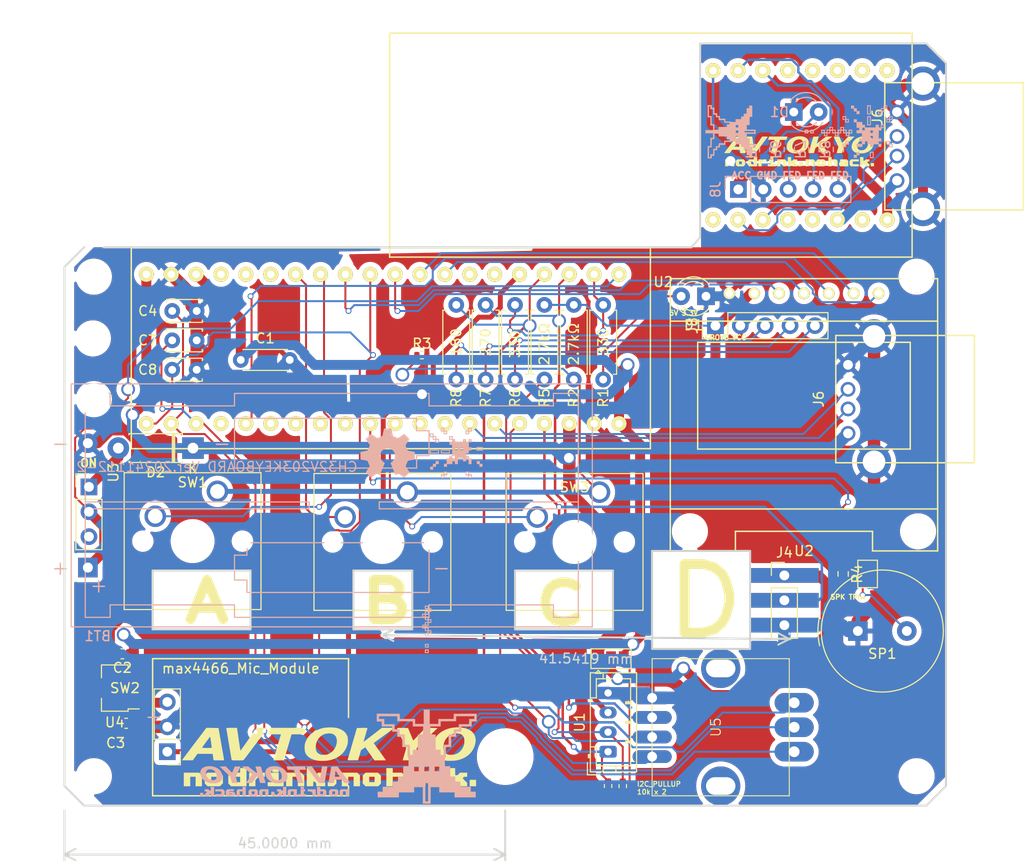
<source format=kicad_pcb>
(kicad_pcb (version 20221018) (generator pcbnew)
  (title_block (date "26 jul 2013"))
  (layers (0 "F.Cu" signal) (31 "B.Cu" signal) (34 "B.Paste" user) (35 "F.Paste" user) (36 "B.SilkS" user "B.Silkscreen") (37 "F.SilkS" user "F.Silkscreen") (38 "B.Mask" user) (39 "F.Mask" user) (44 "Edge.Cuts" user))
  (net 0 "")
  (net 1 "GND")
  (net 2 "BATTERY")
  (net 3 "MIC1")
  (net 4 "VCC")
  (net 5 "Net-(D1-A)")
  (net 6 "ENCODER1")
  (net 7 "ENCODER2")
  (net 8 "Net-(R2-Pad2)")
  (net 9 "AVCC")
  (net 10 "SW_ENCODER")
  (net 11 "Net-(D2-A)")
  (net 12 "+5V")
  (net 13 "Net-(J4-Pin_1)")
  (net 14 "SW3")
  (net 15 "SW1")
  (net 16 "SW2")
  (net 17 "Net-(JP1-B)")
  (net 18 "LED2")
  (net 19 "LED3")
  (net 20 "Net-(R5-Pad2)")
  (net 21 "LED1")
  (net 22 "SCK")
  (net 23 "MOSI")
  (net 24 "OLED_RESET")
  (net 25 "DC")
  (net 26 "CS")
  (net 27 "SPEAKER")
  (net 28 "Net-(J8-Pin_3)")
  (net 29 "USB2_DN")
  (net 30 "USB2_DP")
  (net 31 "Net-(J8-Pin_4)")
  (net 32 "Net-(J8-Pin_5)")
  (net 34 "GROVE_SCL")
  (net 35 "GROVE_SDA")
  (net 43 "MIC2")
  (net 44 "ACENTER")
  (footprint "Capacitor_THT:C_Disc_D3.4mm_W2.1mm_P2.50mm" (layer "F.Cu") (at 88.0856 83.7448)
    (fp_text reference "C7")
    (fp_text value "C")
  )
  (footprint "Resistor_THT:R_Axial_DIN0207_L6.3mm_D2.5mm_P7.62mm_Horizontal" (layer "F.Cu") (at 129.0856 80.1248 -90)
    (fp_text reference "R2")
    (fp_text value "2.7kΩ")
  )
  (footprint "Resistor_THT:R_Axial_DIN0207_L6.3mm_D2.5mm_P7.62mm_Horizontal" (layer "F.Cu") (at 126.0856 80.1248 -90)
    (fp_text reference "R5")
    (fp_text value "2.7kΩ")
  )
  (footprint "Resistor_SMD:R_0402_1005Metric" (layer "F.Cu") (at 134.0856 129.2548 90)
    (fp_text reference "R9" hide)
    (fp_text value "10k")
  )
  (footprint "Resistor_THT:R_Axial_DIN0207_L6.3mm_D2.5mm_P7.62mm_Horizontal" (layer "F.Cu") (at 117.0856 80.1248 -90)
    (fp_text reference "R8")
    (fp_text value "180")
  )
  (footprint "Resistor_SMD:R_0402_1005Metric" (layer "F.Cu") (at 132.5856 129.2448 90)
    (fp_text reference "R10" hide)
    (fp_text value "10k")
  )
  (footprint "Button_Switch_Keyboard:SW_Cherry_MX_1.00u_PCB" (layer "F.Cu") (at 112.0856 99.2448)
    (fp_text reference "SW2")
    (fp_text value "↓")
  )
  (footprint "MountingHole:MountingHole_3.2mm_M3" (layer "F.Cu") (at 80.0856 89.7448)
    (fp_text reference "REF**" hide)
    (fp_text value "MountingHole_3.2mm_M3")
  )
  (footprint "Capacitor_THT:C_Disc_D4.3mm_W1.9mm_P5.00mm" (layer "F.Cu") (at 95.0856 85.7448)
    (fp_text reference "C1")
    (fp_text value "C")
  )
  (footprint "library:AVTOKYO-COPY-15mm" (layer "F.Cu") (at 152.0856 64.4348)
    (fp_text reference "G***" hide)
    (fp_text value "LOGO" hide)
  )
  (footprint "Connector_PinHeader_2.54mm:PinHeader_1x03_P2.54mm_Vertical" (layer "F.Cu") (at 79.5856 98.7048)
    (fp_text reference "SW4" hide)
    (fp_text value "SW_SPDT")
  )
  (footprint "Connector_JST:JST_PH_B4B-PH-K_1x04_P2.00mm_Vertical" (layer "F.Cu") (at 132.5856 125.7448 90)
    (fp_text reference "U1")
    (fp_text value "SEEED_GROVE")
  )
  (footprint "Buzzer_Beeper:Buzzer_TDK_PS1240P02BT_D12.2mm_H6.5mm" (layer "F.Cu") (at 158.0856 113.4198)
    (fp_text reference "SP1")
    (fp_text value "SPEAKER")
  )
  (footprint "Button_Switch_Keyboard:SW_Cherry_MX_1.00u_PCB" (layer "F.Cu") (at 131.7056 99.2448)
    (fp_text reference "SW3")
    (fp_text value "↑")
  )
  (footprint "Capacitor_THT:C_Disc_D3.4mm_W2.1mm_P2.50mm" (layer "F.Cu") (at 88.0856 86.7448)
    (fp_text reference "C8")
    (fp_text value "C")
  )
  (footprint "MountingHole:MountingHole_3.2mm_M3" (layer "F.Cu") (at 80.0856 128.2448)
    (fp_text reference "REF**" hide)
    (fp_text value "MountingHole_3.2mm_M3")
  )
  (footprint "Package_TO_SOT_SMD:SOT-89-3" (layer "F.Cu") (at 82.2231 119.2448 180)
    (fp_text reference "U4")
    (fp_text value "AP130-25Y")
  )
  (footprint "library:STM32F103C8T6MinimumDevelopBoard" (layer "F.Cu") (at 110.2856 75.2448)
    (fp_text reference "U2")
    (fp_text value "BluePill+")
  )
  (footprint "Resistor_THT:R_Axial_DIN0207_L6.3mm_D2.5mm_P7.62mm_Horizontal" (layer "F.Cu") (at 123.0856 80.1248 -90)
    (fp_text reference "R6")
    (fp_text value "330")
  )
  (footprint "Capacitor_THT:C_Disc_D3.4mm_W2.1mm_P2.50mm" (layer "F.Cu") (at 88.0856 80.7448)
    (fp_text reference "C4")
    (fp_text value "C")
  )
  (footprint "Jumper:SolderJumper-2_P1.3mm_Bridged_Pad1.0x1.5mm" (layer "F.Cu") (at 159.0856 107.5948 -90)
    (fp_text reference "JP1" hide)
    (fp_text value "Jumper_2_Bridged")
  )
  (footprint "Connector_PinHeader_2.54mm:PinHeader_1x05_P2.54mm_Vertical" (layer "F.Cu") (at 143.5456 82.2448 90)
    (fp_text reference "J8")
    (fp_text value "LEDOUT")
  )
  (footprint "library:AVTOKYO-COPY-30mm" (layer "F.Cu") (at 104.0856 126.2448)
    (fp_text reference "G***" hide)
    (fp_text value "LOGO" hide)
  )
  (footprint "MountingHole:MountingHole_3.2mm_M3" (layer "F.Cu") (at 79.9856 83.5448)
    (fp_text reference "REF**" hide)
    (fp_text value "MountingHole_3.2mm_M3")
  )
  (footprint "Diode_THT:D_DO-41_SOD81_P7.62mm_Horizontal" (layer "F.Cu") (at 90.2056 94.7448 180)
    (fp_text reference "D2")
    (fp_text value "1N6857UR")
  )
  (footprint "Resistor_SMD:R_0603_1608Metric" (layer "F.Cu") (at 156.5856 107.5948 -90)
    (fp_text reference "R4")
    (fp_text value "OPEN")
  )
  (footprint "Jumper:SolderJumper-3_P1.3mm_Bridged12_Pad1.0x1.5mm" (layer "F.Cu") (at 132.8856 116.2448)
    (fp_text reference "JP2" hide)
    (fp_text value "GROVE VCC" hide)
  )
  (footprint "library:OLED_0.96in_SPI" (layer "F.Cu") (at 152.5856 103.2448)
    (fp_text reference "U2")
    (fp_text value "OLED_0.96in_SPI")
  )
  (footprint "MountingHole:MountingHole_3.2mm_M3" (layer "F.Cu") (at 164.0856 128.2448)
    (fp_text reference "REF**" hide)
    (fp_text value "MountingHole_3.2mm_M3")
  )
  (footprint "Resistor_THT:R_Axial_DIN0207_L6.3mm_D2.5mm_P7.62mm_Horizontal" (layer "F.Cu") (at 120.0856 80.1248 -90)
    (fp_text reference "R7")
    (fp_text value "270")
  )
  (footprint "Connector_PinHeader_2.54mm:PinHeader_1x03_P2.54mm_Vertical" (layer "F.Cu") (at 87.5856 125.7448 180)
    (fp_text reference "J7" hide)
    (fp_text value "max4466_Mic_Module")
  )
  (footprint "Button_Switch_Keyboard:SW_Cherry_MX_1.00u_PCB" (layer "F.Cu") (at 92.7056 99.1648)
    (fp_text reference "SW1")
    (fp_text value "OK")
  )
  (footprint "Capacitor_SMD:C_0603_1608Metric" (layer "F.Cu") (at 82.9981 115.7448 180)
    (fp_text reference "C2")
    (fp_text value "10u")
  )
  (footprint "LED_THT:LED_D3.0mm" (layer "F.Cu") (at 142.5856 79.2448 180)
    (fp_text reference "D1")
    (fp_text value "LED")
  )
  (footprint "MountingHole:MountingHole_3.2mm_M3" (layer "F.Cu") (at 164.0856 77.2448)
    (fp_text reference "REF**" hide)
    (fp_text value "MountingHole_3.2mm_M3")
  )
  (footprint "library:USB_A_Horisontal_Socket_THT" (layer "F.Cu") (at 157.08772 89.7448 90)
    (fp_text reference "J6")
    (fp_text value "USB_A")
  )
  (footprint "library:STM32F103C8T6MinimumDevelopBoard" (layer "F.Cu") (at 82.9056 96.0548)
    (fp_text reference "U3")
    (fp_text value "BluePill+")
  )
  (footprint "Capacitor_SMD:C_0603_1608Metric" (layer "F.Cu") (at 83.3856 122.8448 180)
    (fp_text reference "C3")
    (fp_text value "10u")
  )
  (footprint "Resistor_SMD:R_0402_1005Metric" (layer "F.Cu") (at 113.5756 85.2448)
    (fp_text reference "R3")
    (fp_text value "OPEN")
  )
  (footprint "Connector_PinHeader_2.54mm:PinHeader_1x03_P2.54mm_Vertical" (layer "F.Cu") (at 150.5856 107.7448)
    (fp_text reference "J4")
    (fp_text value "NeoPixel")
  )
  (footprint "library:EC12PLxxSDVF" (layer "F.Cu") (at 144.0856 123.2448 90)
    (fp_text reference "U5")
    (fp_text value "ROTARYENCODER")
  )
  (footprint "library:USB_A_Horisontal_Socket_THT" (layer "F.Cu") (at 162.08772 63.9348 90)
    (fp_text reference "J6")
    (fp_text value "USB_A")
  )
  (footprint "MountingHole:MountingHole_5.3mm_M5" (layer "F.Cu") (at 122.0856 126.2448)
    (fp_text reference "REF**" hide)
    (fp_text value "MountingHole_5.3mm_M5")
  )
  (footprint "Resistor_THT:R_Axial_DIN0207_L6.3mm_D2.5mm_P7.62mm_Horizontal" (layer "F.Cu") (at 132.0856 80.1248 -90)
    (fp_text reference "R1")
    (fp_text value "330")
  )
  (footprint "MountingHole:MountingHole_3.2mm_M3" (layer "F.Cu") (at 80.0856 77.2448)
    (fp_text reference "REF**" hide)
    (fp_text value "MountingHole_3.2mm_M3")
  )
  (footprint "library:AVTOKYO-SHOOT-2-size2" (layer "B.Cu") (at 155.0856 62.4348 90)
    (fp_text reference "G***" hide)
    (fp_text value "LOGO" hide)
  )
  (footprint "library:AVTOKYO-COPY-15mm" (layer "B.Cu") (at 98.5856 128.7448 180)
    (fp_text reference "G***" hide)
    (fp_text value "LOGO" hide)
  )
  (footprint "LED_THT:LED_D3.0mm" (layer "B.Cu") (at 151.5456 60.4348)
    (fp_text reference "D1")
    (fp_text value "LED")
  )
  (footprint "Battery:BatteryHolder_Keystone_2468_2xAAA" (layer "B.Cu") (at 80.4756 106.9448)
    (fp_text reference "BT1")
    (fp_text value "Battery")
  )
  (footprint "library:AVTOKYO-SHOOT-3-size2" (layer "B.Cu") (at 117.0856 95.2448 180)
    (fp_text reference "G***" hide)
    (fp_text value "LOGO" hide)
  )
  (footprint "Connector_PinHeader_2.54mm:PinHeader_1x05_P2.54mm_Vertical" (layer "B.Cu") (at 145.8856 68.3348 -90)
    (fp_text reference "J8")
    (fp_text value "LEDOUT")
  )
  (footprint "Resistor_SMD:R_0603_1608Metric" (layer "B.Cu") (at 151.0856 64.2598 -90)
    (fp_text reference "R6")
    (fp_text value "R")
  )
  (footprint "library:OSHW_LOGL_SYLK_5mm" (layer "B.Cu") (at 110.0856 95.2448 180)
    (fp_text reference "OSHW" hide)
    (fp_text value "1.1" hide)
  )
  (footprint "library:AVTOKYO-SHOOT-3-size2" (layer "B.Cu") (at 159.0856 62.4348 90)
    (fp_text reference "G***" hide)
    (fp_text value "LOGO" hide)
  )
  (footprint "Resistor_SMD:R_0603_1608Metric" (layer "B.Cu") (at 148.5756 64.2598 -90)
    (fp_text reference "R1")
    (fp_text value "330")
  )
  (footprint "Resistor_SMD:R_0603_1608Metric" (layer "B.Cu") (at 153.5956 64.2598 -90)
    (fp_text reference "R7")
    (fp_text value "G")
  )
  (footprint "library:AVTOKYO-SHOOT-1-size1" (layer "B.Cu") (at 114.0856 126.2448 180)
    (fp_text reference "G***" hide)
    (fp_text value "LOGO" hide)
  )
  (footprint "library:AVTOKYO-SHOOT-2-size2" (layer "B.Cu") (at 114.0856 113.2448 180)
    (fp_text reference "G***" hide)
    (fp_text value "LOGO" hide)
  )
  (footprint "library:AVTOKYO-SHOOT-1-size2" (layer "B.Cu") (at 145.0856 62.4348 -90)
    (fp_text reference "G***" hide)
    (fp_text value "LOGO" hide)
  )
  (footprint "Resistor_SMD:R_0603_1608Metric" (layer "B.Cu") (at 156.1056 64.2598 -90)
    (fp_text reference "R8")
    (fp_text value "B")
  )
  (gr_line (start 106.0856 116.2448) (end 106.0856 122.2448) (stroke (width 0.15)) (layer "F.SilkS"))
  (gr_line (start 106.0856 129.2448) (end 106.0856 130.2448) (stroke (width 0.15)) (layer "F.SilkS"))
  (gr_line (start 86.0856 130.2448) (end 106.0856 130.2448) (stroke (width 0.15)) (layer "F.SilkS"))
  (gr_line (start 86.0856 116.2448) (end 86.0856 130.2448) (stroke (width 0.15)) (layer "F.SilkS"))
  (gr_line (start 106.0856 116.2448) (end 86.0856 116.2448) (stroke (width 0.15)) (layer "F.SilkS"))
  (gr_line (start 137.0856 115.2448) (end 137.0856 105.2448) (stroke (width 0.2)) (layer "Edge.Cuts"))
  (gr_line (start 147.0856 105.2448) (end 147.0856 115.2448) (stroke (width 0.2)) (layer "Edge.Cuts"))
  (gr_line (start 123.0856 107.2448) (end 124.0856 107.2448) (stroke (width 0.2)) (layer "Edge.Cuts"))
  (gr_line (start 124.0856 113.2448) (end 123.0856 113.2448) (stroke (width 0.2)) (layer "Edge.Cuts"))
  (gr_line (start 96.0856 107.2448) (end 86.0856 107.2448) (stroke (width 0.2)) (layer "Edge.Cuts"))
  (gr_line (start 167.0856 72.4348) (end 167.0856 55.4348) (stroke (width 0.2)) (layer "Edge.Cuts"))
  (gr_line (start 86.0856 113.2448) (end 96.0856 113.2448) (stroke (width 0.2)) (layer "Edge.Cuts"))
  (gr_line (start 79.0856 131.2448) (end 165.0856 131.2448) (stroke (width 0.2)) (layer "Edge.Cuts"))
  (gr_line (start 106.5856 107.2448) (end 107.0856 107.2448) (stroke (width 0.2)) (layer "Edge.Cuts"))
  (gr_line (start 86.0856 107.2448) (end 86.0856 113.2448) (stroke (width 0.2)) (layer "Edge.Cuts"))
  (gr_line (start 112.5856 113.2448) (end 106.5856 113.2448) (stroke (width 0.2)) (layer "Edge.Cuts"))
  (gr_line (start 147.0856 115.2448) (end 137.0856 115.2448) (stroke (width 0.2)) (layer "Edge.Cuts"))
  (gr_line (start 77.0856 129.2448) (end 79.0856 131.2448) (stroke (width 0.2)) (layer "Edge.Cuts"))
  (gr_line (start 141.9856 53.4348) (end 141.9856 73.2448) (stroke (width 0.2)) (layer "Edge.Cuts"))
  (gr_line (start 77.0856 76.2448) (end 77.0856 88.2448) (stroke (width 0.2)) (layer "Edge.Cuts"))
  (gr_line (start 167.0856 129.2448) (end 167.0856 76.2448) (stroke (width 0.2)) (layer "Edge.Cuts"))
  (gr_line (start 167.0856 55.4348) (end 165.0856 53.4348) (stroke (width 0.2)) (layer "Edge.Cuts"))
  (gr_line (start 167.0856 76.2448) (end 167.0856 72.4348) (stroke (width 0.2)) (layer "Edge.Cuts"))
  (gr_line (start 165.0856 131.2448) (end 167.0856 129.2448) (stroke (width 0.2)) (layer "Edge.Cuts"))
  (gr_line (start 133.0856 107.2448) (end 133.0856 113.2448) (stroke (width 0.2)) (layer "Edge.Cuts"))
  (gr_line (start 106.5856 113.2448) (end 106.5856 107.2448) (stroke (width 0.2)) (layer "Edge.Cuts"))
  (gr_line (start 123.0856 113.2448) (end 123.0856 107.2448) (stroke (width 0.2)) (layer "Edge.Cuts"))
  (gr_line (start 124.0856 107.2448) (end 133.0856 107.2448) (stroke (width 0.2)) (layer "Edge.Cuts"))
  (gr_line (start 107.0856 107.2448) (end 112.5856 107.2448) (stroke (width 0.2)) (layer "Edge.Cuts"))
  (gr_line (start 112.5856 107.2448) (end 112.5856 113.2448) (stroke (width 0.2)) (layer "Edge.Cuts"))
  (gr_line (start 96.0856 113.2448) (end 96.0856 107.2448) (stroke (width 0.2)) (layer "Edge.Cuts"))
  (gr_line (start 77.0856 88.2448) (end 77.0856 91.2448) (stroke (width 0.2)) (layer "Edge.Cuts"))
  (gr_line (start 141.0856 74.2448) (end 81.0856 74.2448) (stroke (width 0.2)) (layer "Edge.Cuts"))
  (gr_line (start 133.0856 113.2448) (end 124.0856 113.2448) (stroke (width 0.2)) (layer "Edge.Cuts"))
  (gr_line (start 137.0856 105.2448) (end 147.0856 105.2448) (stroke (width 0.2)) (layer "Edge.Cuts"))
  (gr_line (start 77.0856 91.2448) (end 77.0856 129.2448) (stroke (width 0.2)) (layer "Edge.Cuts"))
  (gr_line (start 141.0856 74.2448) (end 141.9856 73.2448) (stroke (width 0.2)) (layer "Edge.Cuts"))
  (gr_line (start 79.0856 74.2448) (end 77.0856 76.2448) (stroke (width 0.2)) (layer "Edge.Cuts"))
  (gr_line (start 165.0856 53.4348) (end 142.1856 53.4348) (stroke (width 0.2)) (layer "Edge.Cuts"))
  (gr_text "CH32V203KEYBOARD Ver.20241112-2" (at 107.0856 97.2448) (layer "B.SilkS") (effects (font (size 1 1) (thickness 0.125) bold) (justify left bottom mirror)))
  (gr_text "VCC GND LED LED LED" (at 145.0856 66.4348 180) (layer "B.SilkS") (effects (font (size 0.7 0.7) (thickness 0.175) bold) (justify left bottom mirror)))
  (gr_text "C" (at 124.5856 112.9948) (layer "F.SilkS") (effects (font (size 4 5) (thickness 1) bold) (justify left bottom)))
  (gr_text "A" (at 88.8356 112.7448) (layer "F.SilkS") (effects (font (size 4 5) (thickness 1) bold) (justify left bottom)))
  (gr_text "SPK TRIM" (at 157.0856 110.2448) (layer "F.SilkS") (effects (font (size 0.5 0.5) (thickness 0.125) bold) (justify bottom)))
  (gr_text "D" (at 137.8356 114.4948) (layer "F.SilkS") (effects (font (size 7 8) (thickness 1) bold) (justify left bottom)))
  (gr_text "GROVE VCC" (at 144.5856 83.7448) (layer "F.SilkS") (effects (font (size 0.5 0.5) (thickness 0.125) bold) (justify bottom)))
  (gr_text "ON" (at 78.5856 96.7448) (layer "F.SilkS") (effects (font (size 0.8 0.8) (thickness 0.2) bold) (justify left bottom)))
  (gr_text "B" (at 106.8356 112.7448) (layer "F.SilkS") (effects (font (size 4 5) (thickness 1) bold) (justify left bottom)))
  (gr_text "I2C_PULLUP\n10k x 2" (at 135.4856 130.1448) (layer "F.SilkS") (effects (font (size 0.5 0.5) (thickness 0.1) bold) (justify left bottom)))
  (gr_text "5V 3.3V" (at 140.2856 81.2448) (layer "F.SilkS") (effects (font (size 0.5 0.5) (thickness 0.125) bold) (justify bottom)))
  (dimension (type aligned) (layer "Edge.Cuts") (pts (xy 109.5456 113.8498) (xy 151.0856 114.2448)) (height 0) (gr_text "41.5419 mm" (at 130.326535 116.2448 359.4551962) (layer "Edge.Cuts") (effects (font (size 1 1) (thickness 0.15)))) (format (prefix "") (suffix "") (units 3) (units_format 1) (precision 4)) (style (thickness 0.2) (arrow_length 1.27) (text_position_mode 2) (extension_height 0.58642) (extension_offset 0.5) keep_text_aligned))
  (dimension (type aligned) (layer "Edge.Cuts") (pts (xy 77.0856 131.2448) (xy 122.0856 131.2448)) (height 5) (gr_text "45.0000 mm" (at 99.5856 135.0948) (layer "Edge.Cuts") (effects (font (size 1 1) (thickness 0.15)))) (format (prefix "") (suffix "") (units 3) (units_format 1) (precision 4)) (style (thickness 0.2) (arrow_length 1.27) (text_position_mode 0) (extension_height 0.58642) (extension_offset 0.5) keep_text_aligned))
  (segment (start 83.4776 111.4528) (end 83.4776 97.8528) (width 1.016) (layer "F.Cu") (net 1))
  (segment (start 84.3936 96.9368) (end 84.3936 93.997562) (width 1.016) (layer "F.Cu") (net 1))
  (segment (start 90.5856 83.7448) (end 90.5856 86.7448) (width 1.27) (layer "F.Cu") (net 1))
  (segment (start 162.9856 57.5348) (end 161.0856 59.4348) (width 1.016) (layer "F.Cu") (net 1))
  (segment (start 160.48253 58.83173) (end 161.0856 59.4348) (width 1.016) (layer "F.Cu") (net 1))
  (segment (start 162.0856 60.4348) (end 164.73772 63.08692) (width 1.016) (layer "F.Cu") (net 1))
  (segment (start 164.73772 57.5348) (end 162.9856 57.5348) (width 1.016) (layer "F.Cu") (net 1))
  (segment (start 164.73772 63.08692) (end 164.73772 70.3348) (width 1.016) (layer "F.Cu") (net 1))
  (segment (start 84.3936 93.997562) (end 83.33753 92.941492) (width 1.016) (layer "F.Cu") (net 1))
  (segment (start 114.0856 88.7448) (end 113.5856 89.2448) (width 0.2032) (layer "F.Cu") (net 1))
  (segment (start 153.14867 58.83173) (end 160.48253 58.83173) (width 1.016) (layer "F.Cu") (net 1))
  (segment (start 145.0856 65.4348) (end 150.0856 60.4348) (width 1.016) (layer "F.Cu") (net 1))
  (segment (start 82.4481 120.368536) (end 83.571836 119.2448) (width 1.016) (layer "F.Cu") (net 1))
  (segment (start 90.5856 80.7448) (end 90.5856 83.7448) (width 1.27) (layer "F.Cu") (net 1))
  (segment (start 158.73772 102.611241) (end 162.5856 106.459121) (width 1.27) (layer "F.Cu") (net 1))
  (segment (start 82.2631 119.2448) (end 84.0856 119.2448) (width 1.016) (layer "F.Cu") (net 1))
  (segment (start 161.0856 59.4348) (end 162.0856 60.4348) (width 1.016) (layer "F.Cu") (net 1))
  (segment (start 84.791666 124.1878) (end 83.5286 124.1878) (width 1.27) (layer "F.Cu") (net 1))
  (segment (start 148.4256 68.3348) (end 148.6256 68.5348) (width 1.016) (layer "F.Cu") (net 1))
  (segment (start 87.9856 77.0048) (end 90.0856 79.1048) (width 1.27) (layer "F.Cu") (net 1))
  (segment (start 81.778908 92.941492) (end 80.4756 94.2448) (width 1.016) (layer "F.Cu") (net 1))
  (segment (start 114.0856 85.2448) (end 114.0856 88.7448) (width 0.2032) (layer "F.Cu") (net 1))
  (segment (start 90.0856 79.1048) (end 90.0856 80.2448) (width 1.27) (layer "F.Cu") (net 1))
  (segment (start 81.723274 117.396238) (end 81.723274 113.207126) (width 1.016) (layer "F.Cu") (net 1))
  (segment (start 83.4776 97.8528) (end 84.3936 96.9368) (width 1.016) (layer "F.Cu") (net 1))
  (segment (start 85.774666 123.2048) (end 84.791666 124.1878) (width 1.27) (layer "F.Cu") (net 1))
  (segment (start 83.392232 119.2448) (end 84.0856 119.2448) (width 1.27) (layer "F.Cu") (net 1))
  (segment (start 87.5856 123.2048) (end 85.774666 123.2048) (width 1.27) (layer "F.Cu") (net 1))
  (segment (start 83.5286 124.1878) (end 82.6881 123.3473) (width 1.27) (layer "F.Cu") (net 1))
  (segment (start 151.5456 60.4348) (end 153.14867 58.83173) (width 1.016) (layer "F.Cu") (net 1))
  (segment (start 82.6881 123.3473) (end 82.6881 119.948932) (width 1.27) (layer "F.Cu") (net 1))
  (segment (start 82.2231 117.896064) (end 83.571836 119.2448) (width 1.016) (layer "F.Cu") (net 1))
  (segment (start 90.0856 80.2448) (end 90.5856 80.7448) (width 1.27) (layer "F.Cu") (net 1))
  (segment (start 81.723274 113.207126) (end 83.4776 111.4528) (width 1.016) (layer "F.Cu") (net 1))
  (segment (start 80.4756 94.2448) (end 79.4756 94.2448) (width 1.016) (layer "F.Cu") (net 1))
  (segment (start 82.4481 122.9698) (end 82.4481 120.368536) (width 1.016) (layer "F.Cu") (net 1))
  (segment (start 158.0856 112.4198) (end 158.0856 113.4198) (width 1.27) (layer "F.Cu") (net 1))
  (segment (start 162.5856 106.459121) (end 162.5856 107.9198) (width 1.27) (layer "F.Cu") (net 1))
  (segment (start 159.73772 96.1448) (end 159.73772 102.611241) (width 1.27) (layer "F.Cu") (net 1))
  (segment (start 159.73772 83.3448) (end 159.73772 96.1448) (width 1.27) (layer "F.Cu") (net 1))
  (segment (start 150.0856 60.4348) (end 151.5456 60.4348) (width 1.016) (layer "F.Cu") (net 1))
  (segment (start 83.571836 119.2448) (end 81.723274 117.396238) (width 1.016) (layer "F.Cu") (net 1))
  (segment (start 82.2231 115.7448) (end 82.2231 117.896064) (width 1.016) (layer "F.Cu") (net 1))
  (segment (start 83.571836 119.2448) (end 84.0856 119.2448) (width 1.016) (layer "F.Cu") (net 1))
  (segment (start 82.6881 119.948932) (end 83.392232 119.2448) (width 1.27) (layer "F.Cu") (net 1))
  (segment (start 148.6256 68.5348) (end 148.6256 68.596064) (width 1.016) (layer "F.Cu") (net 1))
  (segment (start 162.5856 107.9198) (end 158.0856 112.4198) (width 1.27) (layer "F.Cu") (net 1))
  (segment (start 83.33753 92.941492) (end 81.778908 92.941492) (width 1.016) (layer "F.Cu") (net 1))
  (via (at 113.5856 89.2448) (size 1.39954) (drill 1.00076) (layers "F.Cu" "B.Cu") (net 1))
  (via (at 145.0856 65.4348) (size 1.39954) (drill 1.00076) (layers "F.Cu" "B.Cu") (net 1))
  (segment (start 91.2206 87.3798) (end 90.5856 86.7448) (width 1.27) (layer "B.Cu") (net 1))
  (segment (start 113.5856 90.6478) (end 129.5686 90.6478) (width 1.27) (layer "B.Cu") (net 1))
  (segment (start 130.5686 90.6478) (end 152.43472 90.6478) (width 1.27) (layer "B.Cu") (net 1))
  (segment (start 145.08769 120.2448) (end 137.0856 120.2448) (width 1.27) (layer "B.Cu") (net 1))
  (segment (start 90.3856 122.1448) (end 92.7856 119.7448) (width 1.27) (layer "B.Cu") (net 1))
  (segment (start 152.43472 90.6478) (end 159.73772 83.3448) (width 1.27) (layer "B.Cu") (net 1))
  (segment (start 150.5856 112.8248) (end 156.4906 112.8248) (width 1.27) (layer "B.Cu") (net 1))
  (segment (start 100.0856 85.7448) (end 98.4506 87.3798) (width 1.27) (layer "B.Cu") (net 1))
  (segment (start 87.5856 123.2048) (end 88.6456 122.1448) (width 1.27) (layer "B.Cu") (net 1))
  (segment (start 157.98772 83.3448) (end 155.42592 80.783) (width 1.27) (layer "B.Cu") (net 1))
  (segment (start 113.5856 89.2448) (end 113.5856 90.6478) (width 0.2032) (layer "B.Cu") (net 1))
  (segment (start 150.5856 112.8248) (end 150.5856 114.74689) (width 1.27) (layer "B.Cu") (net 1))
  (segment (start 144.3156 79.2448) (end 144.6156 78.9448) (width 1.016) (layer "B.Cu") (net 1))
  (segment (start 146.0856 82.2448) (end 147.638944 80.691456) (width 1.016) (layer "B.Cu") (net 1))
  (segment (start 137.0856 120.2448) (end 136.62037 119.77957) (width 1.27) (layer "B.Cu") (net 1))
  (segment (start 154.494056 80.691456) (end 154.5856 80.783) (width 1.016) (layer "B.Cu") (net 1))
  (segment (start 144.6156 78.9448) (end 146.0856 80.4148) (width 1.016) (layer "B.Cu") (net 1))
  (segment (start 146.0856 80.4148) (end 146.0856 82.2448) (width 1.016) (layer "B.Cu") (net 1))
  (segment (start 150.5856 114.74689) (end 145.08769 120.2448) (width 1.27) (layer "B.Cu") (net 1))
  (segment (start 142.5856 79.2448) (end 144.3156 79.2448) (width 1.016) (layer "B.Cu") (net 1))
  (segment (start 88.6456 122.1448) (end 90.3856 122.1448) (width 1.27) (layer "B.Cu") (net 1))
  (segment (start 92.7856 119.7448) (end 132.5856 119.7448) (width 1.27) (layer "B.Cu") (net 1))
  (segment (start 136.62037 119.77957) (end 132.62037 119.77957) (width 1.27) (layer "B.Cu") (net 1))
  (segment (start 159.73772 83.3448) (end 157.98772 83.3448) (width 1.27) (layer "B.Cu") (net 1))
  (segment (start 104.9886 90.6478) (end 113.5856 90.6478) (width 1.27) (layer "B.Cu") (net 1))
  (segment (start 132.62037 119.77957) (end 132.5856 119.7448) (width 1.27) (layer "B.Cu") (net 1))
  (segment (start 98.4506 87.3798) (end 91.2206 87.3798) (width 1.27) (layer "B.Cu") (net 1))
  (segment (start 155.42592 80.783) (end 154.5856 80.783) (width 1.27) (layer "B.Cu") (net 1))
  (segment (start 156.4906 112.8248) (end 157.0856 113.4198) (width 1.27) (layer "B.Cu") (net 1))
  (segment (start 129.5686 90.6478) (end 131.1656 92.2448) (width 1.27) (layer "B.Cu") (net 1))
  (segment (start 148.4256 68.3348) (end 148.4256 68.066918) (width 1.016) (layer "B.Cu") (net 1))
  (segment (start 148.4256 68.066918) (end 145.793482 65.4348) (width 1.016) (layer "B.Cu") (net 1))
  (segment (start 147.638944 80.691456) (end 154.494056 80.691456) (width 1.016) (layer "B.Cu") (net 1))
  (segment (start 145.793482 65.4348) (end 145.0856 65.4348) (width 1.016) (layer "B.Cu") (net 1))
  (segment (start 100.0856 85.7448) (end 104.9886 90.6478) (width 1.27) (layer "B.Cu") (net 1))
  (segment (start 78.174 99.728252) (end 79.638074 101.192326) (width 0.2032) (layer "F.Cu") (net 2))
  (segment (start 78.174 93.70566) (end 78.174 99.728252) (width 0.2032) (layer "F.Cu") (net 2))
  (segment (start 81.1436 102.8028) (end 79.5856 101.2448) (width 1.016) (layer "F.Cu") (net 2))
  (segment (start 83.5856 88.7448) (end 83.5856 89.624789) (width 0.2032) (layer "F.Cu") (net 2))
  (segment (start 79.13486 92.7448) (end 78.174 93.70566) (width 0.2032) (layer "F.Cu") (net 2))
  (segment (start 81.1436 105.2768) (end 81.1436 102.8028) (width 1.016) (layer "F.Cu") (net 2))
  (segment (start 79.4756 106.9448) (end 81.1436 105.2768) (width 1.016) (layer "F.Cu") (net 2))
  (segment (start 80.465589 92.7448) (end 79.13486 92.7448) (width 0.2032) (layer "F.Cu") (net 2))
  (segment (start 83.5856 89.624789) (end 80.465589 92.7448) (width 0.2032) (layer "F.Cu") (net 2))
  (via (at 83.5856 88.7448) (size 1.39954) (drill 1.00076) (layers "F.Cu" "B.Cu") (net 2))
  (segment (start 87.2984 82.532) (end 83.5856 86.2448) (width 0.2032) (layer "B.Cu") (net 2))
  (segment (start 114.6136 78.2168) (end 113.0856 79.7448) (width 0.2032) (layer "B.Cu") (net 2))
  (segment (start 113.0856 79.7448) (end 96.870441 79.7448) (width 0.2032) (layer "B.Cu") (net 2))
  (segment (start 96.870441 79.7448) (end 94.083241 82.532) (width 0.2032) (layer "B.Cu") (net 2))
  (segment (start 132.4936 78.2168) (end 114.6136 78.2168) (width 0.2032) (layer "B.Cu") (net 2))
  (segment (start 133.7056 77.0048) (end 132.4936 78.2168) (width 0.2032) (layer "B.Cu") (net 2))
  (segment (start 83.5856 86.2448) (end 83.5856 88.7448) (width 0.2032) (layer "B.Cu") (net 2))
  (segment (start 94.083241 82.532) (end 87.2984 82.532) (width 0.2032) (layer "B.Cu") (net 2))
  (segment (start 106.0856 119.811118) (end 106.0856 104.2448) (width 0.508) (layer "F.Cu") (net 3))
  (segment (start 100.151918 125.7448) (end 103.2316 122.665118) (width 0.508) (layer "F.Cu") (net 3))
  (segment (start 114.217567 90.39857) (end 114.73937 89.876767) (width 0.508) (layer "F.Cu") (net 3))
  (segment (start 109.6296 100.7008) (end 109.6296 91.526263) (width 0.508) (layer "F.Cu") (net 3))
  (segment (start 110.757293 90.39857) (end 114.217567 90.39857) (width 0.508) (layer "F.Cu") (net 3))
  (segment (start 119.385282 81.3788) (end 120.59791 81.3788) (width 0.508) (layer "F.Cu") (net 3))
  (segment (start 114.73937 89.876767) (end 114.73937 86.024712) (width 0.508) (layer "F.Cu") (net 3))
  (segment (start 121.5856 78.9648) (end 123.5456 77.0048) (width 0.508) (layer "F.Cu") (net 3))
  (segment (start 120.59791 81.3788) (end 121.5856 80.39111) (width 0.508) (layer "F.Cu") (net 3))
  (segment (start 103.2316 122.665118) (end 106.0856 119.811118) (width 0.508) (layer "F.Cu") (net 3))
  (segment (start 106.0856 104.2448) (end 109.6296 100.7008) (width 0.508) (layer "F.Cu") (net 3))
  (segment (start 87.5856 125.7448) (end 100.151918 125.7448) (width 0.508) (layer "F.Cu") (net 3))
  (segment (start 109.6296 91.526263) (end 110.757293 90.39857) (width 0.508) (layer "F.Cu") (net 3))
  (segment (start 121.5856 80.39111) (end 121.5856 78.9648) (width 0.508) (layer "F.Cu") (net 3))
  (segment (start 114.73937 86.024712) (end 119.385282 81.3788) (width 0.508) (layer "F.Cu") (net 3))
  (segment (start 143.5456 82.2448) (end 143.8556 82.2448) (width 1.016) (layer "F.Cu") (net 4))
  (segment (start 134.1856 116.2448) (end 134.1856 115.6448) (width 0.508) (layer "F.Cu") (net 4))
  (segment (start 134.785283 129.065117) (end 134.785283 116.844483) (width 0.2032) (layer "F.Cu") (net 4))
  (segment (start 158.0856 66.4348) (end 161.0856 69.4348) (width 1.016) (layer "F.Cu") (net 4))
  (segment (start 135.8536 94.3928) (end 133.7056 92.2448) (width 1.016) (layer "F.Cu") (net 4))
  (segment (start 135.0856 114.7448) (end 135.8536 113.9768) (width 1.016) (layer "F.Cu") (net 4))
  (segment (start 83.7731 117.3448) (end 84.1731 117.7448) (width 1.016) (layer "F.Cu") (net 4))
  (segment (start 136.994706 92.2448) (end 143.5456 85.693906) (width 1.016) (layer "F.Cu") (net 4))
  (segment (start 95.0856 81.5648) (end 95.0856 85.7448) (width 1.016) (layer "F.Cu") (net 4))
  (segment (start 161.0856 69.4348) (end 161.0856 71.4348) (width 1.016) (layer "F.Cu") (net 4))
  (segment (start 135.0856 92.2448) (end 136.994706 92.2448) (width 1.016) (layer "F.Cu") (net 4))
  (segment (start 147.0856 66.4348) (end 158.0856 66.4348) (width 1.016) (layer "F.Cu") (net 4))
  (segment (start 133.7056 92.2448) (end 135.994706 92.2448) (width 1.016) (layer "F.Cu") (net 4))
  (segment (start 83.7731 116.7448) (end 83.7731 117.3448) (width 1.016) (layer "F.Cu") (net 4))
  (segment (start 84.1731 117.7448) (end 84.1731 114.8323) (width 1.016) (layer "F.Cu") (net 4))
  (segment (start 133.7056 92.2448) (end 133.7056 87.1248) (width 1.016) (layer "F.Cu") (net 4))
  (segment (start 145.8856 67.6348) (end 147.0856 66.4348) (width 1.016) (layer "F.Cu") (net 4))
  (segment (start 147.1556 78.9448) (end 147.5056 78.9448) (width 1.016) (layer "F.Cu") (net 4))
  (segment (start 145.8856 68.3348) (end 145.8856 67.6348) (width 1.016) (layer "F.Cu") (net 4))
  (segment (start 143.8556 82.2448) (end 147.1556 78.9448) (width 1.016) (layer "F.Cu") (net 4))
  (segment (start 132.5956 129.7648) (end 132.5856 129.7548) (width 0.2032) (layer "F.Cu") (net 4))
  (segment (start 90.5256 77.0048) (end 95.0856 81.5648) (width 1.016) (layer "F.Cu") (net 4))
  (segment (start 83.7731 115.7448) (end 83.7731 116.7448) (width 1.016) (layer "F.Cu") (net 4))
  (segment (start 134.0856 129.7648) (end 132.5956 129.7648) (width 0.2032) (layer "F.Cu") (net 4))
  (segment (start 143.5456 85.693906) (end 143.5456 82.2448) (width 1.016) (layer "F.Cu") (net 4))
  (segment (start 134.0856 129.7648) (end 134.785283 129.065117) (width 0.2032) (layer "F.Cu") (net 4))
  (segment (start 134.1856 115.6448) (end 135.0856 114.7448) (width 0.508) (layer "F.Cu") (net 4))
  (segment (start 135.8536 113.9768) (end 135.8536 99.7448) (width 1.016) (layer "F.Cu") (net 4))
  (segment (start 135.8536 99.7448) (end 135.8536 94.3928) (width 1.016) (layer "F.Cu") (net 4))
  (segment (start 84.1731 114.8323) (end 83.131044 113.790244) (width 1.016) (layer "F.Cu") (net 4))
  (segment (start 134.785283 116.844483) (end 134.1856 116.2448) (width 0.2032) (layer "F.Cu") (net 4))
  (segment (start 133.7056 87.1248) (end 134.5856 86.2448) (width 1.016) (layer "F.Cu") (net 4))
  (via (at 83.131044 113.790244) (size 1.39954) (drill 1.00076) (layers "F.Cu" "B.Cu") (net 4))
  (via (at 134.5856 86.2448) (size 1.39954) (drill 1.00076) (layers "F.Cu" "B.Cu") (net 4))
  (via (at 135.0856 114.7448) (size 1.39954) (drill 1.00076) (layers "F.Cu" "B.Cu") (net 4))
  (segment (start 132.21112 85.7448) (end 109.511128 85.7448) (width 1.016) (layer "B.Cu") (net 4))
  (segment (start 133.5936 88.36232) (end 133.5936 87.12728) (width 1.016) (layer "B.Cu") (net 4))
  (segment (start 132.436391 82.2448) (end 143.5456 82.2448) (width 0.2032) (layer "B.Cu") (net 4))
  (segment (start 134.5856 86.2448) (end 134.5856 87.37032) (width 1.016) (layer "B.Cu") (net 4))
  (segment (start 100.70312 84.2368) (end 96.5936 84.2368) (width 1.016) (layer "B.Cu") (net 4))
  (segment (start 124.5856 88.37032) (end 125.46808 89.2528) (width 1.016) (layer "B.Cu") (net 4))
  (segment (start 133.5936 87.12728) (end 132.21112 85.7448) (width 1.016) (layer "B.Cu") (net 4))
  (segment (start 134.5856 87.37032) (end 132.70312 89.2528) (width 1.016) (layer "B.Cu") (net 4))
  (segment (start 109.003128 86.2528) (end 102.5936 86.2528) (width 1.016) (layer "B.Cu") (net 4))
  (segment (start 126.0856 80.1248) (end 129.0856 80.1248) (width 0.2032) (layer "B.Cu") (net 4))
  (segment (start 130.316391 80.1248) (end 132.436391 82.2448) (width 0.2032) (layer "B.Cu") (net 4))
  (segment (start 101.5936 85.12728) (end 100.70312 84.2368) (width 1.016) (layer "B.Cu") (net 4))
  (segment (start 125.46808 89.2528) (end 132.70312 89.2528) (width 1.016) (layer "B.Cu") (net 4))
  (segment (start 135.0856 114.7448) (end 84.0856 114.7448) (width 1.016) (layer "B.Cu") (net 4))
  (segment (start 84.0856 114.7448) (end 83.131044 113.790244) (width 1.016) (layer "B.Cu") (net 4))
  (segment (start 102.5936 86.2528) (end 101.5936 85.2528) (width 1.016) (layer "B.Cu") (net 4))
  (segment (start 101.5936 85.2528) (end 101.5936 85.12728) (width 1.016) (layer "B.Cu") (net 4))
  (segment (start 132.70312 89.2528) (end 133.5936 88.36232) (width 1.016) (layer "B.Cu") (net 4))
  (segment (start 109.511128 85.7448) (end 109.003128 86.2528) (width 1.016) (layer "B.Cu") (net 4))
  (segment (start 129.0856 80.1248) (end 130.316391 80.1248) (width 0.2032) (layer "B.Cu") (net 4))
  (segment (start 96.5936 84.2368) (end 95.0856 85.7448) (width 1.016) (layer "B.Cu") (net 4))
  (segment (start 140.0456 79.2448) (end 137.8206 79.2448) (width 0.2032) (layer "F.Cu") (net 5))
  (segment (start 137.8206 79.2448) (end 132.0856 84.9798) (width 0.2032) (layer "F.Cu") (net 5))
  (segment (start 132.0856 84.9798) (end 132.0856 87.7448) (width 0.2032) (layer "F.Cu") (net 5))
  (segment (start 148.5756 65.0848) (end 148.5756 64.6848) (width 0.25) (layer "B.Cu") (net 5))
  (segment (start 152.0856 62.4348) (end 154.0856 60.4348) (width 0.25) (layer "B.Cu") (net 5))
  (segment (start 148.5756 64.6848) (end 150.8256 62.4348) (width 0.25) (layer "B.Cu") (net 5))
  (segment (start 150.8256 62.4348) (end 152.0856 62.4348) (width 0.25) (layer "B.Cu") (net 5))
  (segment (start 89.0492 93.3084) (end 91.395728 93.3084) (width 0.2032) (layer "F.Cu") (net 6))
  (segment (start 89.1872 91.0432) (end 87.9856 92.2448) (width 0.2032) (layer "F.Cu") (net 6))
  (segment (start 89.1872 81.8464) (end 89.1872 91.0432) (width 0.2032) (layer "F.Cu") (net 6))
  (segment (start 96.5856 98.498272) (end 96.5856 123.7448) (width 0.2032) (layer "F.Cu") (net 6))
  (segment (start 87.9856 92.2448) (end 89.0492 93.3084) (width 0.2032) (layer "F.Cu") (net 6))
  (segment (start 88.0856 80.7448) (end 89.1872 81.8464) (width 0.2032) (layer "F.Cu") (net 6))
  (segment (start 91.395728 93.3084) (end 96.5856 98.498272) (width 0.2032) (layer "F.Cu") (net 6))
  (via (at 96.5856 123.7448) (size 0.6) (drill 0.4) (layers "F.Cu" "B.Cu") (net 6))
  (segment (start 125.316833 124.353581) (end 123.611252 122.648) (width 0.2032) (layer "B.Cu") (net 6))
  (segment (start 125.316833 124.495023) (end 125.316833 124.353581) (width 0.2032) (layer "B.Cu") (net 6))
  (segment (start 139.114933 128.0512) (end 128.87301 128.0512) (width 0.2032) (layer "B.Cu") (net 6))
  (segment (start 113.84941 128.0512) (end 100.892 128.0512) (width 0.2032) (layer "B.Cu") (net 6))
  (segment (start 119.65581 122.2448) (end 113.84941 128.0512) (width 0.2032) (layer "B.Cu") (net 6))
  (segment (start 122.099188 122.2448) (end 119.65581 122.2448) (width 0.2032) (layer "B.Cu") (net 6))
  (segment (start 123.611252 122.648) (end 122.502388 122.648) (width 0.2032) (layer "B.Cu") (net 6))
  (segment (start 122.502388 122.648) (end 122.099188 122.2448) (width 0.2032) (layer "B.Cu") (net 6))
  (segment (start 151.5856 125.7448) (end 141.421333 125.7448) (width 0.2032) (layer "B.Cu") (net 6))
  (segment (start 100.892 128.0512) (end 96.5856 123.7448) (width 0.2032) (layer "B.Cu") (net 6))
  (segment (start 141.421333 125.7448) (end 139.114933 128.0512) (width 0.2032) (layer "B.Cu") (net 6))
  (segment (start 128.87301 128.0512) (end 125.316833 124.495023) (width 0.2032) (layer "B.Cu") (net 6))
  (segment (start 91.2876 92.2448) (end 97.4856 98.4428) (width 0.2032) (layer "F.Cu") (net 7))
  (segment (start 86.984 90.6432) (end 87.0856 90.7448) (width 0.2032) (layer "F.Cu") (net 7))
  (segment (start 88.0856 83.7448) (end 86.984 84.8464) (width 0.2032) (layer "F.Cu") (net 7))
  (segment (start 86.984 84.8464) (end 86.984 90.6432) (width 0.2032) (layer "F.Cu") (net 7))
  (segment (start 90.5256 92.2448) (end 91.2876 92.2448) (width 0.2032) (layer "F.Cu") (net 7))
  (segment (start 97.4856 98.4428) (end 97.4856 123.6448) (width 0.2032) (layer "F.Cu") (net 7))
  (via (at 87.0856 90.7448) (size 0.6) (drill 0.4) (layers "F.Cu" "B.Cu") (net 7))
  (via (at 97.4856 123.6448) (size 0.6) (drill 0.4) (layers "F.Cu" "B.Cu") (net 7))
  (segment (start 114.0856 127.2448) (end 100.65581 127.2448) (width 0.2032) (layer "B.Cu") (net 7))
  (segment (start 89.0256 90.7448) (end 90.5256 92.2448) (width 0.2032) (layer "B.Cu") (net 7))
  (segment (start 125.720033 124.328013) (end 125.720033 124.186571) (width 0.2032) (layer "B.Cu") (net 7))
  (segment (start 97.5856 123.7448) (end 97.4856 123.6448) (width 0.2032) (layer "B.Cu") (net 7))
  (segment (start 122.266198 121.8416) (end 119.4888 121.8416) (width 0.2032) (layer "B.Cu") (net 7))
  (segment (start 123.778262 122.2448) (end 122.669398 122.2448) (width 0.2032) (layer "B.Cu") (net 7))
  (segment (start 122.669398 122.2448) (end 122.266198 121.8416) (width 0.2032) (layer "B.Cu") (net 7))
  (segment (start 100.65581 127.2448) (end 97.5856 124.17459) (width 0.2032) (layer "B.Cu") (net 7))
  (segment (start 138.947923 127.648) (end 129.04002 127.648) (width 0.2032) (layer "B.Cu") (net 7))
  (segment (start 151.5856 123.2448) (end 143.351123 123.2448) (width 0.2032) (layer "B.Cu") (net 7))
  (segment (start 119.4888 121.8416) (end 114.0856 127.2448) (width 0.2032) (layer "B.Cu") (net 7))
  (segment (start 97.5856 124.17459) (end 97.5856 123.7448) (width 0.2032) (layer "B.Cu") (net 7))
  (segment (start 143.351123 123.2448) (end 138.947923 127.648) (width 0.2032) (layer "B.Cu") (net 7))
  (segment (start 125.720033 124.186571) (end 123.778262 122.2448) (width 0.2032) (layer "B.Cu") (net 7))
  (segment (start 129.04002 127.648) (end 125.720033 124.328013) (width 0.2032) (layer "B.Cu") (net 7))
  (segment (start 87.0856 90.7448) (end 89.0256 90.7448) (width 0.2032) (layer "B.Cu") (net 7))
  (segment (start 129.0856 87.7448) (end 129.6892 88.3484) (width 0.2032) (layer "F.Cu") (net 8))
  (segment (start 129.6892 97.2284) (end 131.7056 99.2448) (width 0.2032) (layer "F.Cu") (net 8))
  (segment (start 129.6892 88.3484) (end 129.6892 97.2284) (width 0.2032) (layer "F.Cu") (net 8))
  (segment (start 113.0656 85.7648) (end 111.5856 87.2448) (width 0.2032) (layer "F.Cu") (net 8))
  (segment (start 113.0656 85.2448) (end 113.0656 85.7648) (width 0.2032) (layer "F.Cu") (net 8))
  (via (at 111.5856 87.2448) (size 1.39954) (drill 1.00076) (layers "F.Cu" "B.Cu") (net 8))
  (segment (start 112.1872 86.6432) (end 111.5856 87.2448) (width 0.2032) (layer "B.Cu") (net 8))
  (segment (start 112.0056 99.1648) (end 112.0856 99.2448) (width 0.508) (layer "B.Cu") (net 8))
  (segment (start 127.984 86.6432) (end 112.1872 86.6432) (width 0.2032) (layer "B.Cu") (net 8))
  (segment (start 129.0856 87.7448) (end 127.984 86.6432) (width 0.2032) (layer "B.Cu") (net 8))
  (segment (start 92.7056 99.1648) (end 112.0056 99.1648) (width 0.508) (layer "B.Cu") (net 8))
  (segment (start 112.0856 99.2448) (end 131.7056 99.2448) (width 0.508) (layer "B.Cu") (net 8))
  (segment (start 87.5056 120.7448) (end 87.5856 120.6648) (width 1.016) (layer "F.Cu") (net 9))
  (segment (start 84.1606 120.7573) (end 84.1731 120.7448) (width 1.016) (layer "F.Cu") (net 9))
  (segment (start 84.1606 122.8448) (end 84.1606 120.7573) (width 1.016) (layer "F.Cu") (net 9))
  (segment (start 84.1731 120.7448) (end 87.5056 120.7448) (width 1.016) (layer "F.Cu") (net 9))
  (segment (start 108.5856 85.2448) (end 107.242 86.5884) (width 0.2032) (layer "F.Cu") (net 10))
  (segment (start 103.0856 121.7448) (end 101.5856 123.2448) (width 0.2032) (layer "F.Cu") (net 10))
  (segment (start 105.152006 103.181708) (end 105.093498 103.1232) (width 0.2032) (layer "F.Cu") (net 10))
  (segment (start 106.319194 103.181708) (end 105.152006 103.181708) (width 0.2032) (layer "F.Cu") (net 10))
  (segment (start 105.093498 103.1232) (end 103.967881 103.1232) (width 0.2032) (layer "F.Cu") (net 10))
  (segment (start 86.436391 92.2448) (end 85.4456 92.2448) (width 0.2032) (layer "F.Cu") (net 10))
  (segment (start 107.242 86.5884) (end 107.242 102.258902) (width 0.2032) (layer "F.Cu") (net 10))
  (segment (start 100.0856 121.7448) (end 101.5856 123.2448) (width 0.2032) (layer "F.Cu") (net 10))
  (segment (start 88.0856 86.7448) (end 88.0856 90.595591) (width 0.2032) (layer "F.Cu") (net 10))
  (segment (start 103.967881 103.1232) (end 103.0856 104.005481) (width 0.2032) (layer "F.Cu") (net 10))
  (segment (start 103.0856 104.005481) (end 103.0856 121.7448) (width 0.2032) (layer "F.Cu") (net 10))
  (segment (start 108.3056 77.0048) (end 108.3056 84.9648) (width 0.2032) (layer "F.Cu") (net 10))
  (segment (start 107.242 102.258902) (end 106.319194 103.181708) (width 0.2032) (layer "F.Cu") (net 10))
  (segment (start 88.0856 90.595591) (end 86.436391 92.2448) (width 0.2032) (layer "F.Cu") (net 10))
  (segment (start 108.3056 84.9648) (end 108.5856 85.2448) (width 0.2032) (layer "F.Cu") (net 10))
  (via (at 101.5856 123.2448) (size 0.6) (drill 0.4) (layers "F.Cu" "B.Cu") (net 10))
  (via (at 108.5856 85.2448) (size 0.6) (drill 0.4) (layers "F.Cu" "B.Cu") (net 10))
  (segment (start 108.134 126.7932) (end 113.4888 121.4384) (width 0.2032) (layer "B.Cu") (net 10))
  (segment (start 126.711832 124.7496) (end 126.853274 124.749601) (width 0.2032) (layer "B.Cu") (net 10))
  (segment (start 105.134 126.7932) (end 108.134 126.7932) (width 0.2032) (layer "B.Cu") (net 10))
  (segment (start 128.998472 126.8948) (end 136.4356 126.8948) (width 0.2032) (layer "B.Cu") (net 10))
  (segment (start 90.636386 85.2448) (end 89.5856 85.2448) (width 0.2032) (layer "B.Cu") (net 10))
  (segment (start 136.4356 126.8948) (end 137.0856 126.2448) (width 0.2032) (layer "B.Cu") (net 10))
  (segment (start 126.123233 124.01956) (end 126.123233 124.161002) (width 0.2032) (layer "B.Cu") (net 10))
  (segment (start 106.276 82.9352) (end 92.250252 82.9352) (width 0.2032) (layer "B.Cu") (net 10))
  (segment (start 123.945273 121.8416) (end 126.123233 124.01956) (width 0.2032) (layer "B.Cu") (net 10))
  (segment (start 113.4888 121.4384) (end 122.433209 121.4384) (width 0.2032) (layer "B.Cu") (net 10))
  (segment (start 91.776 84.105186) (end 90.636386 85.2448) (width 0.2032) (layer "B.Cu") (net 10))
  (segment (start 108.5856 85.2448) (end 106.276 82.9352) (width 0.2032) (layer "B.Cu") (net 10))
  (segment (start 92.250252 82.9352) (end 91.776 83.409452) (width 0.2032) (layer "B.Cu") (net 10))
  (segment (start 126.123233 124.161002) (end 126.711832 124.7496) (width 0.2032) (layer "B.Cu") (net 10))
  (segment (start 122.836409 121.8416) (end 123.945273 121.8416) (width 0.2032) (layer "B.Cu") (net 10))
  (segment (start 89.5856 85.2448) (end 88.0856 86.7448) (width 0.2032) (layer "B.Cu") (net 10))
  (segment (start 101.5856 123.2448) (end 105.134 126.7932) (width 0.2032) (layer "B.Cu") (net 10))
  (segment (start 126.853274 124.749601) (end 128.998472 126.8948) (width 0.2032) (layer "B.Cu") (net 10))
  (segment (start 122.433209 121.4384) (end 122.836409 121.8416) (width 0.2032) (layer "B.Cu") (net 10))
  (segment (start 91.776 83.409452) (end 91.776 84.105186) (width 0.2032) (layer "B.Cu") (net 10))
  (segment (start 82.5856 95.7048) (end 79.5856 98.7048) (width 1.016) (layer "F.Cu") (net 11))
  (segment (start 82.5856 94.7448) (end 82.5856 95.7048) (width 1.016) (layer "F.Cu") (net 11))
  (segment (start 132.5106 103.1698) (end 132.5106 105.630353) (width 1.27) (layer "F.Cu") (net 12))
  (segment (start 131.5506 115.148932) (end 131.5506 116.2448) (width 1.27) (layer "F.Cu") (net 12))
  (segment (start 128.6256 92.2448) (end 128.6256 99.2848) (width 1.27) (layer "F.Cu") (net 12))
  (segment (start 132.454732 114.2448) (end 131.5506 115.148932) (width 1.27) (layer "F.Cu") (net 12))
  (segment (start 84.047972 91.355618) (end 85.4456 89.95799) (width 1.016) (layer "F.Cu") (net 12))
  (segment (start 133.8206 106.940353) (end 133.8206 113.549247) (width 1.27) (layer "F.Cu") (net 12))
  (segment (start 132.5106 105.630353) (end 133.8206 106.940353) (width 1.27) (layer "F.Cu") (net 12))
  (segment (start 133.8206 113.549247) (end 133.125047 114.2448) (width 1.27) (layer "F.Cu") (net 12))
  (segment (start 128.6256 99.2848) (end 132.5106 103.1698) (width 1.27) (layer "F.Cu") (net 12))
  (segment (start 133.125047 114.2448) (end 132.454732 114.2448) (width 1.27) (layer "F.Cu") (net 12))
  (segment (start 85.4456 89.95799) (end 85.4456 77.0048) (width 1.016) (layer "F.Cu") (net 12))
  (via (at 128.5856 95.7448) (size 1.39954) (drill 1.00076) (layers "F.Cu" "B.Cu") (net 12))
  (via (at 84.047972 91.355618) (size 1.39954) (drill 1.00076) (layers "F.Cu" "B.Cu") (net 12))
  (segment (start 90.2056 94.7448) (end 126.1256 94.7448) (width 1.27) (layer "B.Cu") (net 12))
  (segment (start 157.943482 69.9648) (end 156.473482 71.4348) (width 1.016) (layer "B.Cu") (net 12))
  (segment (start 83.9756 91.42799) (end 83.9756 92.846918) (width 1.016) (layer "B.Cu") (net 12))
  (segment (start 128.0856 95.7448) (end 128.5856 95.7448) (width 1.27) (layer "B.Cu") (net 12))
  (segment (start 128.0856 94.7448) (end 155.5856 94.7448) (width 1.27) (layer "B.Cu") (net 12))
  (segment (start 159.5556 69.9648) (end 157.943482 69.9648) (width 1.016) (layer "B.Cu") (net 12))
  (segment (start 155.5856 94.7448) (end 157.0856 93.2448) (width 1.27) (layer "B.Cu") (net 12))
  (segment (start 162.0856 67.4348) (end 159.5556 69.9648) (width 1.016) (layer "B.Cu") (net 12))
  (segment (start 84.047972 91.355618) (end 83.9756 91.42799) (width 1.016) (layer "B.Cu") (net 12))
  (segment (start 83.9756 92.846918) (end 85.873482 94.7448) (width 1.016) (layer "B.Cu") (net 12))
  (segment (start 127.0856 94.7448) (end 128.0856 95.7448) (width 1.27) (layer "B.Cu") (net 12))
  (segment (start 85.873482 94.7448) (end 90.2056 94.7448) (width 1.016) (layer "B.Cu") (net 12))
  (segment (start 156.473482 71.4348) (end 156.0056 71.4348) (width 1.016) (layer "B.Cu") (net 12))
  (segment (start 126.1256 94.7448) (end 127.0856 94.7448) (width 1.27) (layer "B.Cu") (net 12))
  (segment (start 132.1106 117.7698) (end 132.8856 116.9948) (width 0.508) (layer "F.Cu") (net 13))
  (segment (start 148.708864 119.9528) (end 142.971116 119.9528) (width 1.016) (layer "F.Cu") (net 13))
  (segment (start 150.5856 107.7448) (end 154.0856 107.7448) (width 1.016) (layer "F.Cu") (net 13))
  (segment (start 140.0856 117.2448) (end 140.263116 117.2448) (width 1.016) (layer "F.Cu") (net 13))
  (segment (start 131.2566 120.4158) (end 131.2566 118.6238) (width 0.508) (layer "F.Cu") (net 13))
  (segment (start 142.971116 119.9528) (end 140.263116 117.2448) (width 1.016) (layer "F.Cu") (net 13))
  (segment (start 154.7936 113.868064) (end 148.708864 119.9528) (width 1.016) (layer "F.Cu") (net 13))
  (segment (start 131.2566 118.6238) (end 132.1106 117.7698) (width 0.508) (layer "F.Cu") (net 13))
  (segment (start 154.0856 107.7448) (end 154.7936 108.4528) (width 1.016) (layer "F.Cu") (net 13))
  (segment (start 132.8856 116.9948) (end 132.8856 116.2448) (width 0.508) (layer "F.Cu") (net 13))
  (segment (start 133.5856 118.2448) (end 132.8856 117.5448) (width 1.016) (layer "F.Cu") (net 13))
  (segment (start 132.8856 117.5448) (end 132.8856 116.9948) (width 1.016) (layer "F.Cu") (net 13))
  (segment (start 132.5856 121.7448) (end 131.2566 120.4158) (width 0.508) (layer "F.Cu") (net 13))
  (segment (start 154.7936 108.4528) (end 154.7936 113.868064) (width 1.016) (layer "F.Cu") (net 13))
  (via (at 140.263116 117.2448) (size 1.39954) (drill 1.00076) (layers "F.Cu" "B.Cu") (net 13))
  (via (at 133.5856 118.2448) (size 1.39954) (drill 1.00076) (layers "F.Cu" "B.Cu") (net 13))
  (segment (start 140.263116 117.2448) (end 139.263116 118.2448) (width 1.016) (layer "B.Cu") (net 13))
  (segment (start 139.263116 118.2448) (end 133.5856 118.2448) (width 1.016) (layer "B.Cu") (net 13))
  (segment (start 110.8456 92.2448) (end 110.310172 92.780228) (width 0.2032) (layer "F.Cu") (net 14))
  (segment (start 110.310172 100.469372) (end 112.5856 102.7448) (width 0.2032) (layer "F.Cu") (net 14))
  (segment (start 110.310172 92.780228) (end 110.310172 100.469372) (width 0.2032) (layer "F.Cu") (net 14))
  (via (at 112.5856 102.7448) (size 0.6) (drill 0.4) (layers "F.Cu" "B.Cu") (net 14))
  (segment (start 113.5456 101.7848) (end 125.3556 101.7848) (width 0.2032) (layer "B.Cu") (net 14))
  (segment (start 112.5856 102.7448) (end 113.5456 101.7848) (width 0.2032) (layer "B.Cu") (net 14))
  (segment (start 104.2892 91.811018) (end 104.2892 99.5412) (width 0.2032) (layer "F.Cu") (net 15))
  (segment (start 103.2256 77.0048) (end 103.5856 77.3648) (width 0.2032) (layer "F.Cu") (net 15))
  (segment (start 103.5856 91.107418) (end 104.2892 91.811018) (width 0.2032) (layer "F.Cu") (net 15))
  (segment (start 103.5856 77.3648) (end 103.5856 91.107418) (width 0.2032) (layer "F.Cu") (net 15))
  (segment (start 104.2892 99.5412) (end 103.0856 100.7448) (width 0.2032) (layer "F.Cu") (net 15))
  (via (at 103.0856 100.7448) (size 0.6) (drill 0.4) (layers "F.Cu" "B.Cu") (net 15))
  (segment (start 103.0856 100.7448) (end 96.266102 100.7448) (width 0.2032) (layer "B.Cu") (net 15))
  (segment (start 96.266102 100.7448) (end 95.306102 101.7048) (width 0.2032) (layer "B.Cu") (net 15))
  (segment (start 95.306102 101.7048) (end 86.3556 101.7048) (width 0.2032) (layer "B.Cu") (net 15))
  (segment (start 100.6856 77.0048) (end 101.7492 78.0684) (width 0.2032) (layer "F.Cu") (net 16))
  (segment (start 101.7492 78.0684) (end 101.7492 100.9084) (width 0.2032) (layer "F.Cu") (net 16))
  (segment (start 101.7492 100.9084) (end 102.6256 101.7848) (width 0.2032) (layer "F.Cu") (net 16))
  (segment (start 102.6256 101.7848) (end 105.7356 101.7848) (width 0.2032) (layer "F.Cu") (net 16))
  (segment (start 159.0856 108.2448) (end 158.5856 108.7448) (width 0.2032) (layer "F.Cu") (net 17))
  (segment (start 156.5856 108.4198) (end 158.9106 108.4198) (width 0.2032) (layer "F.Cu") (net 17))
  (segment (start 158.5856 108.7448) (end 158.5856 109.7448) (width 0.2032) (layer "F.Cu") (net 17))
  (segment (start 158.9106 108.4198) (end 159.0856 108.2448) (width 0.2032) (layer "F.Cu") (net 17))
  (via (at 158.5856 109.7448) (size 0.6) (drill 0.4) (layers "F.Cu" "B.Cu") (net 17))
  (segment (start 159.4106 109.7448) (end 163.0856 113.4198) (width 0.2032) (layer "B.Cu") (net 17))
  (segment (start 158.5856 109.7448) (end 159.4106 109.7448) (width 0.2032) (layer "B.Cu") (net 17))
  (segment (start 122.8586 113.338826) (end 122.8586 107.150774) (width 0.254) (layer "F.Cu") (net 18))
  (segment (start 127.5856 78.0448) (end 127.5856 81.7448) (width 0.2032) (layer "F.Cu") (net 18))
  (segment (start 126.7886 104.7448) (end 126.7886 103.0418) (width 0.254) (layer "F.Cu") (net 18))
  (segment (start 128.5856 121.2448) (end 128.5856 119.065826) (width 0.254) (layer "F.Cu") (net 18))
  (segment (start 128.2126 101.6178) (end 128.2126 100.3718) (width 0.254) (layer "F.Cu") (net 18))
  (segment (start 122.8586 107.150774) (end 123.764574 106.2448) (width 0.254) (layer "F.Cu") (net 18))
  (segment (start 127.5856 88.2448) (end 127.5856 81.7448) (width 0.254) (layer "F.Cu") (net 18))
  (segment (start 128.2126 100.3718) (end 127.1746 99.3338) (width 0.254) (layer "F.Cu") (net 18))
  (segment (start 128.6256 77.0048) (end 127.5856 78.0448) (width 0.2032) (layer "F.Cu") (net 18))
  (segment (start 125.2886 106.2448) (end 126.7886 104.7448) (width 0.254) (layer "F.Cu") (net 18))
  (segment (start 127.1746 99.3338) (end 127.1746 88.6558) (width 0.254) (layer "F.Cu") (net 18))
  (segment (start 128.5856 119.065826) (end 122.8586 113.338826) (width 0.254) (layer "F.Cu") (net 18))
  (segment (start 126.7886 103.0418) (end 128.2126 101.6178) (width 0.254) (layer "F.Cu") (net 18))
  (segment (start 123.764574 106.2448) (end 125.2886 106.2448) (width 0.254) (layer "F.Cu") (net 18))
  (segment (start 127.1746 88.6558) (end 127.5856 88.2448) (width 0.254) (layer "F.Cu") (net 18))
  (via (at 128.5856 121.2448) (size 0.6) (drill 0.4) (layers "F.Cu" "B.Cu") (net 18))
  (via (at 127.5856 81.7448) (size 1.39954) (drill 1.00076) (layers "F.Cu" "B.Cu") (net 18))
  (segment (start 149.9226 57.7318) (end 148.3856 56.1948) (width 0.25) (layer "B.Cu") (net 18))
  (segment (start 155.3106 61.7198) (end 155.3106 59.929132) (width 0.25) (layer "B.Cu") (net 18))
  (segment (start 121.20286 81.24206) (end 120.0856 80.1248) (width 0.2032) (layer "B.Cu") (net 18))
  (segment (start 137.0856 122.2448) (end 134.671576 122.2448) (width 0.254) (layer "B.Cu") (net 18))
  (segment (start 153.113268 57.7318) (end 149.9226 57.7318) (width 0.25) (layer "B.Cu") (net 18))
  (segment (start 127.08286 81.24206) (end 121.20286 81.24206) (width 0.2032) (layer "B.Cu") (net 18))
  (segment (start 127.5856 81.7448) (end 127.08286 81.24206) (width 0.2032) (layer "B.Cu") (net 18))
  (segment (start 153.5956 63.4348) (end 155.3106 61.7198) (width 0.25) (layer "B.Cu") (net 18))
  (segment (start 133.244576 120.8178) (end 129.0126 120.8178) (width 0.254) (layer "B.Cu") (net 18))
  (segment (start 155.3106 59.929132) (end 153.113268 57.7318) (width 0.25) (layer "B.Cu") (net 18))
  (segment (start 134.671576 122.2448) (end 133.244576 120.8178) (width 0.254) (layer "B.Cu") (net 18))
  (segment (start 129.0126 120.8178) (end 128.5856 121.2448) (width 0.254) (layer "B.Cu") (net 18))
  (segment (start 126.0856 77.0048) (end 124.5856 78.5048) (width 0.2032) (layer "F.Cu") (net 19))
  (segment (start 119.9166 89.9138) (end 119.9166 118.071) (width 0.254) (layer "F.Cu") (net 19))
  (segment (start 121.5856 84.858088) (end 121.5856 88.2448) (width 0.254) (layer "F.Cu") (net 19))
  (segment (start 121.5856 88.2448) (end 119.9166 89.9138) (width 0.254) (layer "F.Cu") (net 19))
  (segment (start 124.5856 78.5048) (end 124.5856 82.24343) (width 0.2032) (layer "F.Cu") (net 19))
  (segment (start 124.5856 82.24343) (end 124.200258 82.24343) (width 0.254) (layer "F.Cu") (net 19))
  (segment (start 124.200258 82.24343) (end 121.5856 84.858088) (width 0.254) (layer "F.Cu") (net 19))
  (segment (start 119.9166 118.071) (end 123.0856 121.24) (width 0.254) (layer "F.Cu") (net 19))
  (via (at 123.0856 121.24) (size 0.6) (drill 0.4) (layers "F.Cu" "B.Cu") (net 19))
  (via (at 124.5856 82.24343) (size 1.39954) (drill 1.00076) (layers "F.Cu" "B.Cu") (net 19))
  (segment (start 134.671576 124.2448) (end 133.171576 122.7448) (width 0.254) (layer "B.Cu") (net 19))
  (segment (start 133.171576 122.7448) (end 128.040008 122.7448) (width 0.254) (layer "B.Cu") (net 19))
  (segment (start 137.0856 124.2448) (end 134.671576 124.2448) (width 0.254) (layer "B.Cu") (net 19))
  (segment (start 152.0126 55.751326) (end 151.369074 55.1078) (width 0.25) (layer "B.Cu") (net 19))
  (segment (start 156.1056 63.4348) (end 156.1056 60.087736) (width 0.25) (layer "B.Cu") (net 19))
  (segment (start 152.9326 57.2818) (end 152.0126 56.3618) (width 0.25) (layer "B.Cu") (net 19))
  (segment (start 124.48537 82.1432) (end 124.5856 82.24343) (width 0.2032) (layer "B.Cu") (net 19))
  (segment (start 126.535208 121.24) (end 123.0856 121.24) (width 0.254) (layer "B.Cu") (net 19))
  (segment (start 153.299664 57.2818) (end 152.9326 57.2818) (width 0.25) (layer "B.Cu") (net 19))
  (segment (start 146.9326 55.1078) (end 145.8456 56.1948) (width 0.25) (layer "B.Cu") (net 19))
  (segment (start 128.040008 122.7448) (end 126.535208 121.24) (width 0.254) (layer "B.Cu") (net 19))
  (segment (start 117.0856 80.1248) (end 119.104 82.1432) (width 0.2032) (layer "B.Cu") (net 19))
  (segment (start 119.104 82.1432) (end 124.48537 82.1432) (width 0.2032) (layer "B.Cu") (net 19))
  (segment (start 151.369074 55.1078) (end 146.9326 55.1078) (width 0.25) (layer "B.Cu") (net 19))
  (segment (start 152.0126 56.3618) (end 152.0126 55.751326) (width 0.25) (layer "B.Cu") (net 19))
  (segment (start 156.1056 60.087736) (end 153.299664 57.2818) (width 0.25) (layer "B.Cu") (net 19))
  (segment (start 122.1824 106.008578) (end 121.5728 106.618179) (width 0.2032) (layer "F.Cu") (net 20))
  (segment (start 126.0856 87.7448) (end 122.1824 91.648) (width 0.2032) (layer "F.Cu") (net 20))
  (segment (start 122.1824 91.648) (end 122.1824 106.008578) (width 0.2032) (layer "F.Cu") (net 20))
  (segment (start 126.524098 122.683298) (end 126.526433 122.683298) (width 0.2032) (layer "F.Cu") (net 20))
  (segment (start 121.5728 106.618179) (end 121.5728 117.732) (width 0.2032) (layer "F.Cu") (net 20))
  (segment (start 121.5728 117.732) (end 126.524098 122.683298) (width 0.2032) (layer "F.Cu") (net 20))
  (via (at 126.526433 122.683298) (size 1.39954) (drill 1.00076) (layers "F.Cu" "B.Cu") (net 20))
  (segment (start 150.5856 121.7448) (end 144.280913 121.7448) (width 0.2032) (layer "B.Cu") (net 20))
  (segment (start 139.134 125.2932) (end 135.113844 125.2932) (width 0.2032) (layer "B.Cu") (net 20))
  (segment (start 135.113844 125.2932) (end 134.467044 124.6464) (width 0.2032) (layer "B.Cu") (net 20))
  (segment (start 140.280913 125.7448) (end 139.5856 125.7448) (width 0.2032) (layer "B.Cu") (net 20))
  (segment (start 151.5856 120.7448) (end 150.5856 121.7448) (width 0.2032) (layer "B.Cu") (net 20))
  (segment (start 126.526433 123.993991) (end 126.526433 122.683298) (width 0.2032) (layer "B.Cu") (net 20))
  (segment (start 139.5856 125.7448) (end 139.134 125.2932) (width 0.2032) (layer "B.Cu") (net 20))
  (segment (start 126.878842 124.3464) (end 126.526433 123.993991) (width 0.2032) (layer "B.Cu") (net 20))
  (segment (start 144.280913 121.7448) (end 140.280913 125.7448) (width 0.2032) (layer "B.Cu") (net 20))
  (segment (start 129.037991 124.3464) (end 126.878842 124.3464) (width 0.2032) (layer "B.Cu") (net 20))
  (segment (start 129.337991 124.6464) (end 129.037991 124.3464) (width 0.2032) (layer "B.Cu") (net 20))
  (segment (start 134.467044 124.6464) (end 129.337991 124.6464) (width 0.2032) (layer "B.Cu") (net 20))
  (segment (start 122.5856 81.7448) (end 122.5856 82.7448) (width 0.2032) (layer "F.Cu") (net 21))
  (segment (start 132.0856 82.7448) (end 132.0856 80.1248) (width 0.2032) (layer "F.Cu") (net 21))
  (segment (start 131.1656 79.2048) (end 132.0856 80.1248) (width 0.2032) (layer "F.Cu") (net 21))
  (segment (start 131.1656 77.0048) (end 131.1656 79.2048) (width 0.2032) (layer "F.Cu") (net 21))
  (segment (start 123.0856 81.2448) (end 122.5856 81.7448) (width 0.2032) (layer "F.Cu") (net 21))
  (segment (start 123.0856 80.1248) (end 123.0856 81.2448) (width 0.2032) (layer "F.Cu") (net 21))
  (via (at 122.5856 82.7448) (size 0.6) (drill 0.4) (layers "F.Cu" "B.Cu") (net 21))
  (via (at 132.0856 82.7448) (size 0.6) (drill 0.4) (layers "F.Cu" "B.Cu") (net 21))
  (segment (start 151.0856 63.4348) (end 151.0856 63.8348) (width 0.25) (layer "B.Cu") (net 21))
  (segment (start 122.5856 82.7448) (end 123.669448 82.7448) (width 0.2032) (layer "B.Cu") (net 21))
  (segment (start 124.169448 83.2448) (end 131.5856 83.2448) (width 0.2032) (layer "B.Cu") (net 21))
  (segment (start 147.4606 65.8098) (end 143.3056 61.6548) (width 0.25) (layer "B.Cu") (net 21))
  (segment (start 123.669448 82.7448) (end 124.169448 83.2448) (width 0.2032) (layer "B.Cu") (net 21))
  (segment (start 149.1106 65.8098) (end 147.4606 65.8098) (width 0.25) (layer "B.Cu") (net 21))
  (segment (start 131.5856 83.2448) (end 132.0856 82.7448) (width 0.2032) (layer "B.Cu") (net 21))
  (segment (start 143.3056 61.6548) (end 143.3056 56.1948) (width 0.25) (layer "B.Cu") (net 21))
  (segment (start 151.0856 63.8348) (end 149.1106 65.8098) (width 0.25) (layer "B.Cu") (net 21))
  (segment (start 110.8456 80.5096) (end 111.0856 80.7496) (width 0.2032) (layer "F.Cu") (net 22))
  (segment (start 110.8456 77.0048) (end 110.8456 80.5096) (width 0.2032) (layer "F.Cu") (net 22))
  (via (at 111.0856 80.7496) (size 0.6) (drill 0.4) (layers "F.Cu" "B.Cu") (net 22))
  (segment (start 136.7872 78.0432) (end 135.8072 79.0232) (width 0.2032) (layer "B.Cu") (net 22))
  (segment (start 149.144 78.0432) (end 136.7872 78.0432) (width 0.2032) (layer "B.Cu") (net 22))
  (segment (start 114.94762 79.0232) (end 113.22122 80.7496) (width 0.2032) (layer "B.Cu") (net 22))
  (segment (start 135.8072 79.0232) (end 114.94762 79.0232) (width 0.2032) (layer "B.Cu") (net 22))
  (segment (start 150.0456 78.9448) (end 149.144 78.0432) (width 0.2032) (layer "B.Cu") (net 22))
  (segment (start 113.22122 80.7496) (end 111.0856 80.7496) (width 0.2032) (layer "B.Cu") (net 22))
  (segment (start 106.0856 80.7448) (end 105.7656 80.4248) (width 0.2032) (layer "F.Cu") (net 23))
  (segment (start 105.7656 80.4248) (end 105.7656 77.0048) (width 0.2032) (layer "F.Cu") (net 23))
  (via (at 106.0856 80.7448) (size 0.6) (drill 0.4) (layers "F.Cu" "B.Cu") (net 23))
  (segment (start 133.799091 78.62) (end 114.78061 78.62) (width 0.2032) (layer "B.Cu") (net 23))
  (segment (start 134.779091 77.64) (end 133.799091 78.62) (width 0.2032) (layer "B.Cu") (net 23))
  (segment (start 151.2808 77.64) (end 135.567782 77.64) (width 0.2032) (layer "B.Cu") (net 23))
  (segment (start 106.6824 80.148) (end 106.0856 80.7448) (width 0.2032) (layer "B.Cu") (net 23))
  (segment (start 113.25261 80.148) (end 106.6824 80.148) (width 0.2032) (layer "B.Cu") (net 23))
  (segment (start 152.2356 78.9448) (end 152.5856 78.9448) (width 0.2032) (layer "B.Cu") (net 23))
  (segment (start 135.567782 77.64) (end 134.779091 77.64) (width 0.2032) (layer "B.Cu") (net 23))
  (segment (start 152.5856 78.9448) (end 151.2808 77.64) (width 0.2032) (layer "B.Cu") (net 23))
  (segment (start 114.78061 78.62) (end 113.25261 80.148) (width 0.2032) (layer "B.Cu") (net 23))
  (segment (start 96.0856 79.2448) (end 96.1872 79.3464) (width 0.2032) (layer "F.Cu") (net 24))
  (segment (start 96.1872 79.3464) (end 96.1872 91.6632) (width 0.2032) (layer "F.Cu") (net 24))
  (segment (start 96.1872 91.6632) (end 95.6056 92.2448) (width 0.2032) (layer "F.Cu") (net 24))
  (via (at 96.0856 79.2448) (size 0.6) (drill 0.4) (layers "F.Cu" "B.Cu") (net 24))
  (segment (start 155.1256 78.9448) (end 151.5224 75.3416) (width 0.2032) (layer "B.Cu") (net 24))
  (segment (start 114.6856 77.4448) (end 113.942 78.1884) (width 0.2032) (layer "B.Cu") (net 24))
  (segment (start 154.7756 78.9448) (end 155.1256 78.9448) (width 0.2032) (layer "B.Cu") (net 24))
  (segment (start 115.9888 75.3416) (end 114.6856 76.6448) (width 0.2032) (layer "B.Cu") (net 24))
  (segment (start 151.5224 75.3416) (end 115.9888 75.3416) (width 0.2032) (layer "B.Cu") (net 24))
  (segment (start 97.142 78.1884) (end 96.0856 79.2448) (width 0.2032) (layer "B.Cu") (net 24))
  (segment (start 113.942 78.1884) (end 97.142 78.1884) (width 0.2032) (layer "B.Cu") (net 24))
  (segment (start 114.6856 76.6448) (end 114.6856 77.4448) (width 0.2032) (layer "B.Cu") (net 24))
  (segment (start 153.5624 74.8416) (end 116.5488 74.8416) (width 0.2032) (layer "B.Cu") (net 25))
  (segment (start 157.3156 78.9448) (end 157.6656 78.9448) (width 0.2032) (layer "B.Cu") (net 25))
  (segment (start 115.5488 74.8416) (end 113.3856 77.0048) (width 0.2032) (layer "B.Cu") (net 25))
  (segment (start 116.5488 74.8416) (end 115.5488 74.8416) (width 0.2032) (layer "B.Cu") (net 25))
  (segment (start 157.6656 78.9448) (end 153.5624 74.8416) (width 0.2032) (layer "B.Cu") (net 25))
  (segment (start 153.4872 78.571346) (end 150.660654 75.7448) (width 0.2032) (layer "B.Cu") (net 26))
  (segment (start 153.4872 78.931454) (end 153.4872 78.571346) (width 0.2032) (layer "B.Cu") (net 26))
  (segment (start 160.2056 78.9448) (end 159.304 79.8464) (width 0.2032) (layer "B.Cu") (net 26))
  (segment (start 154.402146 79.8464) (end 153.4872 78.931454) (width 0.2032) (layer "B.Cu") (net 26))
  (segment (start 150.660654 75.7448) (end 117.1856 75.7448) (width 0.2032) (layer "B.Cu") (net 26))
  (segment (start 159.8556 78.9448) (end 160.2056 78.9448) (width 0.2032) (layer "B.Cu") (net 26))
  (segment (start 117.1856 75.7448) (end 115.9256 77.0048) (width 0.2032) (layer "B.Cu") (net 26))
  (segment (start 159.304 79.8464) (end 154.402146 79.8464) (width 0.2032) (layer "B.Cu") (net 26))
  (segment (start 108.3056 92.2448) (end 108.3056 97.9648) (width 0.2032) (layer "F.Cu") (net 27))
  (segment (start 158.9106 106.7698) (end 159.0856 106.9448) (width 0.2032) (layer "F.Cu") (net 27))
  (segment (start 156.5856 100.7448) (end 156.5856 106.7698) (width 0.2032) (layer "F.Cu") (net 27))
  (segment (start 156.5856 106.7698) (end 158.9106 106.7698) (width 0.2032) (layer "F.Cu") (net 27))
  (segment (start 108.3056 97.9648) (end 108.5856 98.2448) (width 0.2032) (layer "F.Cu") (net 27))
  (segment (start 157.0856 100.2448) (end 156.5856 100.7448) (width 0.2032) (layer "F.Cu") (net 27))
  (via (at 157.0856 100.2448) (size 0.6) (drill 0.4) (layers "F.Cu" "B.Cu") (net 27))
  (via (at 108.5856 98.2448) (size 0.6) (drill 0.4) (layers "F.Cu" "B.Cu") (net 27))
  (segment (start 108.5856 98.2448) (end 108.982508 97.847892) (width 0.2032) (layer "B.Cu") (net 27))
  (segment (start 157.0856 99.2448) (end 157.0856 100.2448) (width 0.2032) (layer "B.Cu") (net 27))
  (segment (start 155.688692 97.847892) (end 157.0856 99.2448) (width 0.2032) (layer "B.Cu") (net 27))
  (segment (start 108.982508 97.847892) (end 155.688692 97.847892) (width 0.2032) (layer "B.Cu") (net 27))
  (segment (start 123.0856 84.2448) (end 123.0856 87.7448) (width 0.2032) (layer "F.Cu") (net 28))
  (segment (start 123.5856 83.7448) (end 123.0856 84.2448) (width 0.2032) (layer "F.Cu") (net 28))
  (via (at 123.5856 83.7448) (size 0.6) (drill 0.4) (layers "F.Cu" "B.Cu") (net 28))
  (segment (start 151.0856 65.0848) (end 151.0856 68.2148) (width 0.25) (layer "B.Cu") (net 28))
  (segment (start 151.0856 68.2148) (end 150.9656 68.3348) (width 0.25) (layer "B.Cu") (net 28))
  (segment (start 147.1256 83.7448) (end 123.5856 83.7448) (width 0.2032) (layer "B.Cu") (net 28))
  (segment (start 148.6256 82.2448) (end 147.1256 83.7448) (width 0.2032) (layer "B.Cu") (net 28))
  (segment (start 154.1188 93.7116) (end 119.9324 93.7116) (width 0.2032) (layer "B.Cu") (net 29))
  (segment (start 119.9324 93.7116) (end 118.4656 92.2448) (width 0.2032) (layer "B.Cu") (net 29))
  (segment (start 145.8456 71.4348) (end 146.9092 72.4984) (width 0.2032) (layer "B.Cu") (net 29))
  (segment (start 146.9092 72.4984) (end 149.022 72.4984) (width 0.2032) (layer "B.Cu") (net 29))
  (segment (start 156.392134 70.3712) (end 159.0856 67.677734) (width 0.2032) (layer "B.Cu") (net 29))
  (segment (start 149.862 71.001018) (end 150.491818 70.3712) (width 0.2032) (layer "B.Cu") (net 29))
  (segment (start 159.342666 67.677734) (end 162.0856 64.9348) (width 0.2032) (layer "B.Cu") (net 29))
  (segment (start 149.022 72.4984) (end 149.862 71.6584) (width 0.2032) (layer "B.Cu") (net 29))
  (segment (start 157.0856 90.7448) (end 154.1188 93.7116) (width 0.2032) (layer "B.Cu") (net 29))
  (segment (start 149.862 71.6584) (end 149.862 71.001018) (width 0.2032) (layer "B.Cu") (net 29))
  (segment (start 159.0856 67.677734) (end 159.342666 67.677734) (width 0.2032) (layer "B.Cu") (net 29))
  (segment (start 150.491818 70.3712) (end 156.392134 70.3712) (width 0.2032) (layer "B.Cu") (net 29))
  (segment (start 152.522 93.3084) (end 122.0692 93.3084) (width 0.2032) (layer "B.Cu") (net 30))
  (segment (start 122.0692 93.3084) (end 121.0056 92.2448) (width 0.2032) (layer "B.Cu") (net 30))
  (segment (start 157.0856 88.7448) (end 152.522 93.3084) (width 0.2032) (layer "B.Cu") (net 30))
  (segment (start 158.6824 67.510723) (end 158.6824 66.338) (width 0.2032) (layer "B.Cu") (net 30))
  (segment (start 158.6824 66.338) (end 162.0856 62.9348) (width 0.2032) (layer "B.Cu") (net 30))
  (segment (start 148.3856 71.4348) (end 149.8524 69.968) (width 0.2032) (layer "B.Cu") (net 30))
  (segment (start 156.225123 69.968) (end 158.6824 67.510723) (width 0.2032) (layer "B.Cu") (net 30))
  (segment (start 149.8524 69.968) (end 156.225123 69.968) (width 0.2032) (layer "B.Cu") (net 30))
  (segment (start 120.4856 84.3341) (end 120.0856 84.7341) (width 0.2032) (layer "F.Cu") (net 31))
  (segment (start 120.0856 84.7341) (end 120.0856 87.7448) (width 0.2032) (layer "F.Cu") (net 31))
  (via (at 120.4856 84.3341) (size 0.6) (drill 0.4) (layers "F.Cu" "B.Cu") (net 31))
  (segment (start 120.4979 84.3464) (end 149.064 84.3464) (width 0.2032) (layer "B.Cu") (net 31))
  (segment (start 120.4856 84.3341) (end 120.4979 84.3464) (width 0.2032) (layer "B.Cu") (net 31))
  (segment (start 149.064 84.3464) (end 151.1656 82.2448) (width 0.2032) (layer "B.Cu") (net 31))
  (segment (start 153.5956 65.0848) (end 153.5956 68.2448) (width 0.25) (layer "B.Cu") (net 31))
  (segment (start 153.5956 68.2448) (end 153.5056 68.3348) (width 0.25) (layer "B.Cu") (net 31))
  (segment (start 117.0856 87.7448) (end 117.0856 84.7448) (width 0.2032) (layer "F.Cu") (net 32))
  (segment (start 117.0856 84.7448) (end 117.5856 84.2448) (width 0.2032) (layer "F.Cu") (net 32))
  (via (at 117.5856 84.2448) (size 0.6) (drill 0.4) (layers "F.Cu" "B.Cu") (net 32))
  (segment (start 156.1056 68.2748) (end 156.0456 68.3348) (width 0.25) (layer "B.Cu") (net 32))
  (segment (start 118.276 84.9352) (end 117.5856 84.2448) (width 0.2032) (layer "B.Cu") (net 32))
  (segment (start 151.0152 84.9352) (end 118.276 84.9352) (width 0.2032) (layer "B.Cu") (net 32))
  (segment (start 156.1056 65.0848) (end 156.1056 68.2748) (width 0.25) (layer "B.Cu") (net 32))
  (segment (start 153.7056 82.2448) (end 151.0152 84.9352) (width 0.2032) (layer "B.Cu") (net 32))
  (segment (start 126.0856 99.2448) (end 126.0856 92.2448) (width 0.254) (layer "F.Cu") (net 34))
  (segment (start 126.3346 102.853748) (end 126.3346 104.353747) (width 0.254) (layer "F.Cu") (net 34))
  (segment (start 127.5856 100.7448) (end 127.5856 101.602748) (width 0.254) (layer "F.Cu") (net 34))
  (segment (start 126.3346 104.353747) (end 124.897547 105.7908) (width 0.254) (layer "F.Cu") (net 34))
  (segment (start 122.4046 106.962722) (end 122.4046 113.526879) (width 0.254) (layer "F.Cu") (net 34))
  (segment (start 127.5856 101.602748) (end 126.3346 102.853748) (width 0.254) (layer "F.Cu") (net 34))
  (segment (start 127.956403 119.078681) (end 127.956403 124.115603) (width 0.254) (layer "F.Cu") (net 34))
  (segment (start 124.897547 105.7908) (end 123.576521 105.7908) (width 0.254) (layer "F.Cu") (net 34))
  (segment (start 132.5856 125.7448) (end 131.964 126.3664) (width 0.2032) (layer "F.Cu") (net 34))
  (segment (start 122.4046 113.526879) (end 127.956403 119.078681) (width 0.254) (layer "F.Cu") (net 34))
  (segment (start 127.956403 124.115603) (end 129.0856 125.2448) (width 0.254) (layer "F.Cu") (net 34))
  (segment (start 131.964 128.1132) (end 132.5856 128.7348) (width 0.2032) (layer "F.Cu") (net 34))
  (segment (start 131.964 126.3664) (end 131.964 128.1132) (width 0.2032) (layer "F.Cu") (net 34))
  (segment (start 127.5856 100.7448) (end 126.0856 99.2448) (width 0.254) (layer "F.Cu") (net 34))
  (segment (start 123.576521 105.7908) (end 122.4046 106.962722) (width 0.254) (layer "F.Cu") (net 34))
  (via (at 127.5856 100.7448) (size 0.6) (drill 0.4) (layers "F.Cu" "B.Cu") (net 34))
  (via (at 129.0856 125.2448) (size 0.6) (drill 0.4) (layers "F.Cu" "B.Cu") (net 34))
  (segment (start 150.5856 110.2848) (end 154.0856 110.2848) (width 0.254) (layer "B.Cu") (net 34))
  (segment (start 154.4126 109.9578) (end 154.4126 106.5718) (width 0.254) (layer "B.Cu") (net 34))
  (segment (start 154.4126 106.5718) (end 148.5856 100.7448) (width 0.254) (layer "B.Cu") (net 34))
  (segment (start 148.5856 100.7448) (end 127.5856 100.7448) (width 0.254) (layer "B.Cu") (net 34))
  (segment (start 129.5856 125.7448) (end 129.0856 125.2448) (width 0.254) (layer "B.Cu") (net 34))
  (segment (start 154.0856 110.2848) (end 154.4126 109.9578) (width 0.254) (layer "B.Cu") (net 34))
  (segment (start 132.5856 125.7448) (end 129.5856 125.7448) (width 0.254) (layer "B.Cu") (net 34))
  (segment (start 127.527803 119.256213) (end 127.527803 123.34503) (width 0.2032) (layer "F.Cu") (net 35))
  (segment (start 121.976 106.78519) (end 121.976 113.704411) (width 0.2032) (layer "F.Cu") (net 35))
  (segment (start 127.527803 123.34503) (end 127.128033 123.7448) (width 0.2032) (layer "F.Cu") (net 35))
  (segment (start 123.5456 92.2448) (end 122.625989 93.164411) (width 0.2032) (layer "F.Cu") (net 35))
  (segment (start 122.625989 93.164411) (end 122.625989 106.1352) (width 0.2032) (layer "F.Cu") (net 35))
  (segment (start 134.0856 125.2448) (end 132.5856 123.7448) (width 0.2032) (layer "F.Cu") (net 35))
  (segment (start 134.0856 128.7448) (end 134.0856 125.2448) (width 0.2032) (layer "F.Cu") (net 35))
  (segment (start 121.976 113.704411) (end 127.527803 119.256213) (width 0.2032) (layer "F.Cu") (net 35))
  (segment (start 122.625989 106.1352) (end 121.976 106.78519) (width 0.2032) (layer "F.Cu") (net 35))
  (via (at 127.128033 123.7448) (size 0.6) (drill 0.4) (layers "F.Cu" "B.Cu") (net 35))
  (segment (start 132.5856 123.7448) (end 127.128033 123.7448) (width 0.2032) (layer "B.Cu") (net 35))
  (zone (net 1) (net_name "GND") (layers "F&B.Cu") (connect_pads (clearance 0.508)) (min_thickness 0.25) (fill yes (thermal_gap 0.5) (thermal_bridge_width 0.5))
    (polygon (pts (xy 80.0856 74.2448) (xy 78.0856 76.2448) (xy 78.0856 88.2448) (xy 78.0856 91.2448) (xy 78.0856 128.2448) (xy 81.0856 131.2448) (xy 164.0856 131.2448) (xy 167.0856 128.2448) (xy 167.0856 76.2448) (xy 167.0856 55.2448) (xy 165.0856 53.2448) (xy 142.0856 53.4448) (xy 142.0856 74.2448)))
  )
  (zone (net 0) (net_name "") (layer "B.Cu") (connect_pads (clearance 0)) (min_thickness 0.25)
    (keepout (tracks not_allowed) (vias not_allowed) (pads not_allowed) (copperpour not_allowed) (footprints allowed))
    (fill (thermal_gap 0.5) (thermal_bridge_width 0.5))
    (polygon (pts (xy 137.0856 105.2448) (xy 137.0856 115.2448) (xy 147.0856 115.2448) (xy 147.0856 105.2448)))
  )
  (zone (net 0) (net_name "") (layer "B.Cu") (connect_pads (clearance 0)) (min_thickness 0.25)
    (keepout (tracks not_allowed) (vias not_allowed) (pads not_allowed) (copperpour not_allowed) (footprints allowed))
    (fill (thermal_gap 0.5) (thermal_bridge_width 0.5))
    (polygon (pts (xy 86.0856 107.2448) (xy 86.0856 113.2448) (xy 96.0856 113.2448) (xy 96.0856 107.2448)))
  )
  (zone (net 0) (net_name "") (layer "B.Cu") (connect_pads (clearance 0)) (min_thickness 0.25)
    (keepout (tracks not_allowed) (vias not_allowed) (pads not_allowed) (copperpour not_allowed) (footprints allowed))
    (fill (thermal_gap 0.5) (thermal_bridge_width 0.5))
    (polygon (pts (xy 123.0856 107.2448) (xy 123.0856 113.2448) (xy 131.0856 113.2448) (xy 133.0856 113.2448) (xy 133.0856 107.2448)))
  )
  (zone (net 0) (net_name "") (layer "B.Cu") (connect_pads (clearance 0)) (min_thickness 0.25)
    (keepout (tracks not_allowed) (vias not_allowed) (pads not_allowed) (copperpour not_allowed) (footprints allowed))
    (fill (thermal_gap 0.5) (thermal_bridge_width 0.5))
    (polygon (pts (xy 106.5856 107.2448) (xy 106.5856 113.2448) (xy 112.5856 113.2448) (xy 112.5856 107.2448)))
  )
)
</source>
